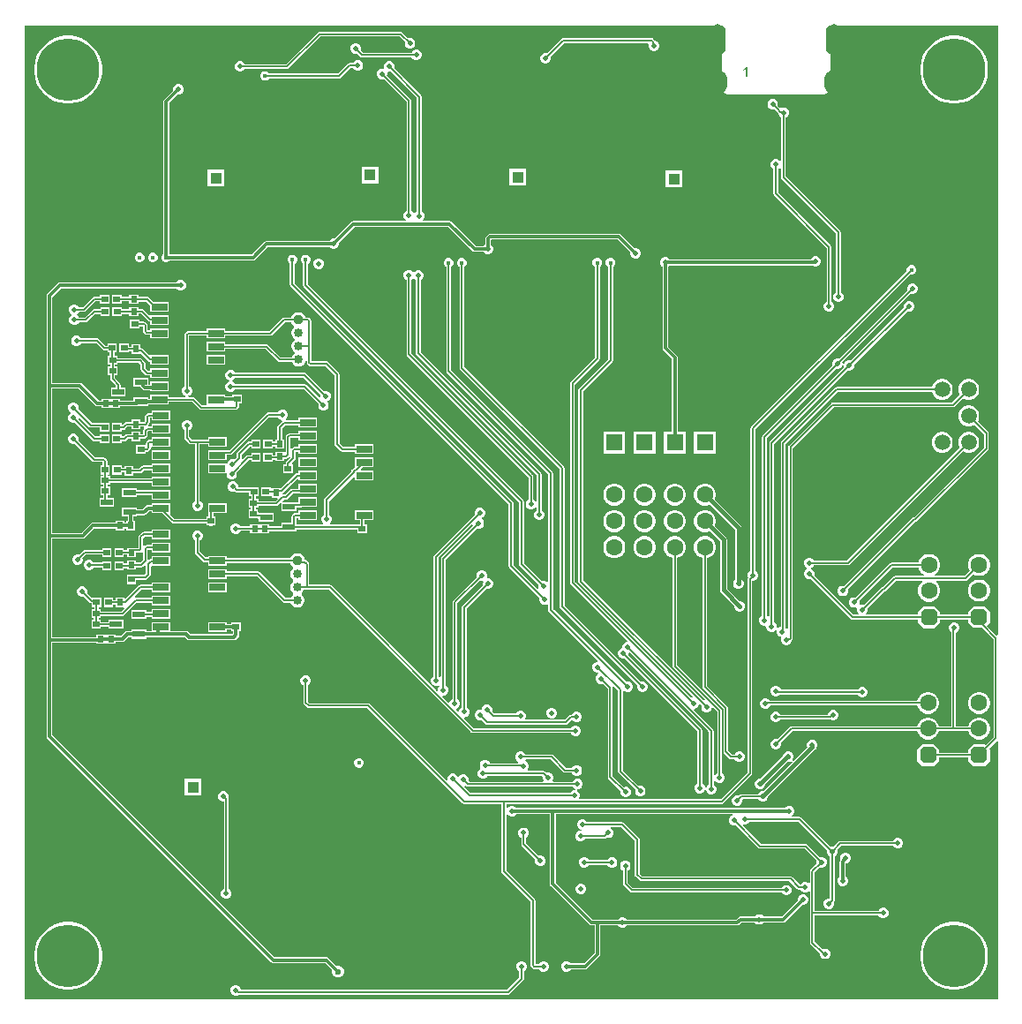
<source format=gbr>
%TF.GenerationSoftware,Altium Limited,Altium Designer,21.7.2 (23)*%
G04 Layer_Physical_Order=2*
G04 Layer_Color=16711680*
%FSLAX24Y24*%
%MOIN*%
%TF.SameCoordinates,DA776ED6-ADCF-4D54-B547-66972558000F*%
%TF.FilePolarity,Positive*%
%TF.FileFunction,Copper,L2,Bot,Signal*%
%TF.Part,Single*%
G01*
G75*
%TA.AperFunction,SMDPad,CuDef*%
%ADD10R,0.0236X0.0250*%
%ADD16R,0.0250X0.0236*%
%TA.AperFunction,Conductor*%
%ADD55C,0.0118*%
%ADD56C,0.0079*%
%ADD57C,0.0157*%
%TA.AperFunction,ComponentPad*%
%ADD59C,0.0591*%
%ADD60C,0.0630*%
%ADD61R,0.0630X0.0630*%
%ADD62C,0.0433*%
%ADD63R,0.0433X0.0433*%
%ADD64O,0.0630X0.1181*%
%ADD65O,0.0748X0.0898*%
G04:AMPARAMS|DCode=66|XSize=33.5mil|YSize=33.5mil|CornerRadius=0mil|HoleSize=0mil|Usage=FLASHONLY|Rotation=270.000|XOffset=0mil|YOffset=0mil|HoleType=Round|Shape=Octagon|*
%AMOCTAGOND66*
4,1,8,-0.0084,-0.0167,0.0084,-0.0167,0.0167,-0.0084,0.0167,0.0084,0.0084,0.0167,-0.0084,0.0167,-0.0167,0.0084,-0.0167,-0.0084,-0.0084,-0.0167,0.0*
%
%ADD66OCTAGOND66*%

%ADD67C,0.0335*%
G04:AMPARAMS|DCode=68|XSize=63mil|YSize=63mil|CornerRadius=0mil|HoleSize=0mil|Usage=FLASHONLY|Rotation=90.000|XOffset=0mil|YOffset=0mil|HoleType=Round|Shape=Octagon|*
%AMOCTAGOND68*
4,1,8,0.0157,0.0315,-0.0157,0.0315,-0.0315,0.0157,-0.0315,-0.0157,-0.0157,-0.0315,0.0157,-0.0315,0.0315,-0.0157,0.0315,0.0157,0.0157,0.0315,0.0*
%
%ADD68OCTAGOND68*%

%TA.AperFunction,ViaPad*%
%ADD69C,0.2362*%
%TA.AperFunction,ComponentPad*%
%ADD70R,0.0433X0.0433*%
%TA.AperFunction,ViaPad*%
%ADD71C,0.0157*%
%ADD72C,0.0197*%
%ADD73C,0.0236*%
%TA.AperFunction,SMDPad,CuDef*%
%ADD74R,0.0600X0.0276*%
%ADD75R,0.0453X0.0236*%
G36*
X37084Y14095D02*
X37034Y14074D01*
X36672Y14436D01*
X36793Y14556D01*
Y14971D01*
X36585Y15179D01*
X36170D01*
X35963Y14971D01*
Y14853D01*
X34903D01*
Y14967D01*
X34696Y15175D01*
X34281D01*
X34073Y14967D01*
Y14851D01*
X32131D01*
X32111Y14901D01*
X32137Y14927D01*
X32167Y15000D01*
Y15079D01*
X32158Y15100D01*
X32794Y15736D01*
X32795D01*
X32830Y15743D01*
X32860Y15762D01*
X33233Y16136D01*
X34218D01*
X34227Y16086D01*
X34156Y16015D01*
X34102Y15920D01*
X34073Y15814D01*
Y15705D01*
X34102Y15600D01*
X34156Y15505D01*
X34233Y15428D01*
X34328Y15373D01*
X34434Y15345D01*
X34543D01*
X34648Y15373D01*
X34743Y15428D01*
X34820Y15505D01*
X34875Y15600D01*
X34903Y15705D01*
Y15814D01*
X34875Y15920D01*
X34820Y16015D01*
X34749Y16086D01*
X34758Y16136D01*
X35872D01*
X35907Y16143D01*
X35937Y16162D01*
X36156Y16381D01*
X36218Y16346D01*
X36323Y16317D01*
X36433D01*
X36538Y16346D01*
X36633Y16400D01*
X36710Y16477D01*
X36765Y16572D01*
X36793Y16678D01*
Y16787D01*
X36765Y16892D01*
X36710Y16987D01*
X36633Y17064D01*
X36538Y17119D01*
X36433Y17147D01*
X36323D01*
X36218Y17119D01*
X36123Y17064D01*
X36046Y16987D01*
X35991Y16892D01*
X35963Y16787D01*
Y16678D01*
X35991Y16572D01*
X36027Y16510D01*
X35835Y16318D01*
X34707D01*
X34694Y16368D01*
X34743Y16396D01*
X34820Y16474D01*
X34875Y16568D01*
X34903Y16674D01*
Y16783D01*
X34875Y16889D01*
X34820Y16983D01*
X34743Y17060D01*
X34648Y17115D01*
X34543Y17143D01*
X34434D01*
X34328Y17115D01*
X34233Y17060D01*
X34156Y16983D01*
X34102Y16889D01*
X34083Y16819D01*
X33067D01*
X33032Y16813D01*
X33003Y16793D01*
X31714Y15505D01*
X31693Y15513D01*
X31614D01*
X31541Y15483D01*
X31485Y15427D01*
X31455Y15354D01*
Y15275D01*
X31485Y15203D01*
X31541Y15147D01*
X31614Y15117D01*
X31693D01*
X31740Y15136D01*
X31778Y15098D01*
X31770Y15079D01*
Y15000D01*
X31800Y14927D01*
X31826Y14901D01*
X31806Y14851D01*
X31622D01*
X30140Y16333D01*
X30149Y16354D01*
Y16433D01*
X30119Y16506D01*
X30063Y16562D01*
X30035Y16573D01*
Y16627D01*
X30073Y16643D01*
X30129Y16699D01*
X30138Y16720D01*
X31433D01*
X31468Y16727D01*
X31497Y16747D01*
X35777Y21026D01*
X35832Y20994D01*
X35932Y20967D01*
X36036D01*
X36137Y20994D01*
X36227Y21046D01*
X36301Y21119D01*
X36353Y21210D01*
X36380Y21310D01*
Y21414D01*
X36353Y21515D01*
X36301Y21605D01*
X36227Y21679D01*
X36137Y21731D01*
X36036Y21757D01*
X35932D01*
X35832Y21731D01*
X35742Y21679D01*
X35668Y21605D01*
X35616Y21515D01*
X35589Y21414D01*
Y21310D01*
X35616Y21210D01*
X35648Y21155D01*
X31395Y16902D01*
X30138D01*
X30129Y16923D01*
X30073Y16979D01*
X30000Y17009D01*
X29921D01*
X29848Y16979D01*
X29792Y16923D01*
X29762Y16850D01*
Y16772D01*
X29792Y16699D01*
X29848Y16643D01*
X29876Y16631D01*
Y16577D01*
X29838Y16562D01*
X29782Y16506D01*
X29752Y16433D01*
Y16354D01*
X29782Y16281D01*
X29838Y16225D01*
X29911Y16195D01*
X29990D01*
X30011Y16204D01*
X31520Y14695D01*
X31549Y14676D01*
X31584Y14669D01*
X34073D01*
Y14552D01*
X34281Y14345D01*
X34696D01*
X34903Y14552D01*
Y14671D01*
X35963D01*
Y14556D01*
X36170Y14349D01*
X36502D01*
X36917Y13934D01*
Y12534D01*
X36917Y12534D01*
Y10219D01*
X36625Y9927D01*
X36585Y9966D01*
X36170D01*
X35963Y9759D01*
Y9642D01*
X34864D01*
Y9759D01*
X34656Y9966D01*
X34241D01*
X34034Y9759D01*
Y9344D01*
X34241Y9136D01*
X34656D01*
X34864Y9344D01*
Y9460D01*
X35963D01*
Y9344D01*
X36170Y9136D01*
X36585D01*
X36793Y9344D01*
Y9759D01*
X36754Y9798D01*
X37034Y10078D01*
X37084Y10058D01*
Y318D01*
X318D01*
Y37084D01*
X26651D01*
Y34803D01*
X26662Y34721D01*
X26693Y34644D01*
X26744Y34579D01*
X26810Y34528D01*
X26886Y34496D01*
X26969Y34485D01*
X30433D01*
X30515Y34496D01*
X30592Y34528D01*
X30658Y34579D01*
X30708Y34644D01*
X30740Y34721D01*
X30751Y34803D01*
Y37084D01*
X37084D01*
Y14095D01*
D02*
G37*
G36*
X34102Y16568D02*
X34156Y16474D01*
X34233Y16396D01*
X34283Y16368D01*
X34269Y16318D01*
X33195D01*
X33160Y16311D01*
X33131Y16291D01*
X32758Y15918D01*
X32756D01*
X32721Y15911D01*
X32691Y15891D01*
X32029Y15229D01*
X32008Y15238D01*
X31929D01*
X31882Y15219D01*
X31844Y15257D01*
X31852Y15275D01*
Y15354D01*
X31843Y15376D01*
X33105Y16637D01*
X34083D01*
X34102Y16568D01*
D02*
G37*
G36*
X27622Y35157D02*
X27575D01*
Y35457D01*
X27574Y35457D01*
X27572Y35454D01*
X27568Y35452D01*
X27563Y35447D01*
X27556Y35442D01*
X27549Y35437D01*
X27540Y35431D01*
X27530Y35425D01*
X27529D01*
X27529Y35424D01*
X27527Y35423D01*
X27525Y35422D01*
X27523Y35421D01*
X27520Y35420D01*
X27513Y35416D01*
X27506Y35412D01*
X27497Y35408D01*
X27489Y35404D01*
X27480Y35401D01*
Y35446D01*
X27481Y35447D01*
X27482Y35447D01*
X27484Y35448D01*
X27487Y35450D01*
X27490Y35451D01*
X27494Y35454D01*
X27499Y35456D01*
X27504Y35459D01*
X27514Y35465D01*
X27526Y35473D01*
X27538Y35482D01*
X27549Y35491D01*
X27550Y35492D01*
X27551Y35492D01*
X27552Y35494D01*
X27554Y35496D01*
X27556Y35498D01*
X27559Y35501D01*
X27566Y35508D01*
X27573Y35515D01*
X27580Y35524D01*
X27586Y35533D01*
X27591Y35543D01*
X27622D01*
Y35157D01*
D02*
G37*
%LPC*%
G36*
X14528Y36863D02*
X11453D01*
X11418Y36856D01*
X11389Y36836D01*
X10195Y35642D01*
X8642D01*
X8633Y35664D01*
X8577Y35719D01*
X8504Y35750D01*
X8425D01*
X8352Y35719D01*
X8296Y35664D01*
X8266Y35591D01*
Y35512D01*
X8296Y35439D01*
X8352Y35383D01*
X8425Y35353D01*
X8504D01*
X8577Y35383D01*
X8633Y35439D01*
X8642Y35460D01*
X10233D01*
X10267Y35467D01*
X10297Y35487D01*
X11491Y36681D01*
X14490D01*
X14692Y36478D01*
X14683Y36457D01*
Y36378D01*
X14714Y36305D01*
X14769Y36249D01*
X14842Y36219D01*
X14921D01*
X14994Y36249D01*
X15050Y36305D01*
X15080Y36378D01*
Y36457D01*
X15050Y36530D01*
X14994Y36586D01*
X14921Y36616D01*
X14842D01*
X14821Y36607D01*
X14592Y36836D01*
X14562Y36856D01*
X14528Y36863D01*
D02*
G37*
G36*
X24016Y36627D02*
X20669D01*
X20634Y36620D01*
X20605Y36600D01*
X20061Y36056D01*
X20039Y36065D01*
X19961D01*
X19888Y36034D01*
X19832Y35979D01*
X19802Y35906D01*
Y35827D01*
X19832Y35754D01*
X19888Y35698D01*
X19961Y35668D01*
X20039D01*
X20112Y35698D01*
X20168Y35754D01*
X20198Y35827D01*
Y35906D01*
X20190Y35927D01*
X20707Y36444D01*
X23879D01*
X23906Y36403D01*
X23896Y36378D01*
Y36299D01*
X23926Y36226D01*
X23982Y36170D01*
X24055Y36140D01*
X24134D01*
X24207Y36170D01*
X24263Y36226D01*
X24293Y36299D01*
Y36378D01*
X24263Y36451D01*
X24207Y36507D01*
X24147Y36532D01*
X24144Y36536D01*
X24080Y36600D01*
X24051Y36620D01*
X24016Y36627D01*
D02*
G37*
G36*
X12866Y36435D02*
X12787D01*
X12714Y36405D01*
X12659Y36349D01*
X12628Y36276D01*
Y36197D01*
X12659Y36124D01*
X12714Y36068D01*
X12787Y36038D01*
X12866D01*
X12888Y36047D01*
X13010Y35925D01*
X13039Y35905D01*
X13074Y35898D01*
X14946D01*
X14955Y35877D01*
X15011Y35821D01*
X15084Y35791D01*
X15163D01*
X15236Y35821D01*
X15291Y35877D01*
X15322Y35950D01*
Y36029D01*
X15291Y36102D01*
X15236Y36157D01*
X15163Y36188D01*
X15084D01*
X15011Y36157D01*
X14955Y36102D01*
X14946Y36080D01*
X13112D01*
X13016Y36176D01*
X13025Y36197D01*
Y36276D01*
X12995Y36349D01*
X12939Y36405D01*
X12866Y36435D01*
D02*
G37*
G36*
X14134Y35750D02*
X14055D01*
X13982Y35719D01*
X13926Y35664D01*
X13896Y35591D01*
Y35512D01*
X13898Y35508D01*
X13862Y35472D01*
X13858Y35474D01*
X13779D01*
X13707Y35444D01*
X13651Y35388D01*
X13620Y35315D01*
Y35236D01*
X13651Y35163D01*
X13707Y35107D01*
X13779Y35077D01*
X13858D01*
X13880Y35086D01*
X14751Y34214D01*
Y30098D01*
X14730Y30089D01*
X14674Y30034D01*
X14644Y29961D01*
Y29882D01*
X14674Y29809D01*
X14716Y29767D01*
X14695Y29717D01*
X12742D01*
X12742Y29717D01*
X12700Y29709D01*
X12664Y29685D01*
X12664Y29685D01*
X12035Y29056D01*
X12034Y29057D01*
X11955D01*
X11882Y29026D01*
X11826Y28971D01*
X11826Y28969D01*
X9469D01*
X9469Y28969D01*
X9426Y28961D01*
X9390Y28937D01*
X8906Y28453D01*
X5813D01*
X5782Y28484D01*
Y34169D01*
X6101Y34487D01*
X6102Y34487D01*
X6181D01*
X6254Y34517D01*
X6310Y34573D01*
X6340Y34646D01*
Y34725D01*
X6310Y34797D01*
X6254Y34853D01*
X6181Y34883D01*
X6102D01*
X6029Y34853D01*
X5974Y34797D01*
X5943Y34725D01*
Y34646D01*
X5944Y34644D01*
X5593Y34293D01*
X5569Y34257D01*
X5560Y34215D01*
X5560Y34215D01*
Y28484D01*
X5519Y28443D01*
X5492Y28377D01*
Y28306D01*
X5519Y28240D01*
X5570Y28190D01*
X5636Y28163D01*
X5707D01*
X5773Y28190D01*
X5813Y28231D01*
X8952D01*
X8952Y28231D01*
X8995Y28239D01*
X9031Y28263D01*
X9515Y28747D01*
X11826D01*
X11826Y28746D01*
X11882Y28690D01*
X11955Y28660D01*
X12034D01*
X12107Y28690D01*
X12163Y28746D01*
X12193Y28819D01*
Y28898D01*
X12192Y28899D01*
X12788Y29495D01*
X16332D01*
X17244Y28583D01*
X17280Y28559D01*
X17323Y28550D01*
X17659D01*
X17659Y28549D01*
X17715Y28493D01*
X17788Y28463D01*
X17867D01*
X17940Y28493D01*
X17996Y28549D01*
X18026Y28622D01*
Y28701D01*
X17996Y28774D01*
X17940Y28830D01*
X17939Y28830D01*
Y29002D01*
X17959Y29023D01*
X22730D01*
X23208Y28545D01*
X23207Y28543D01*
Y28464D01*
X23237Y28392D01*
X23293Y28336D01*
X23366Y28306D01*
X23445D01*
X23518Y28336D01*
X23574Y28392D01*
X23604Y28464D01*
Y28543D01*
X23574Y28616D01*
X23518Y28672D01*
X23445Y28702D01*
X23366D01*
X23365Y28702D01*
X22854Y29212D01*
X22818Y29237D01*
X22776Y29245D01*
X22776Y29245D01*
X17913D01*
X17871Y29237D01*
X17835Y29212D01*
X17835Y29212D01*
X17749Y29127D01*
X17725Y29090D01*
X17716Y29048D01*
X17716Y29048D01*
Y28830D01*
X17715Y28830D01*
X17659Y28774D01*
X17659Y28773D01*
X17369D01*
X16457Y29685D01*
X16421Y29709D01*
X16378Y29717D01*
X16378Y29717D01*
X15388D01*
X15367Y29767D01*
X15397Y29798D01*
X15427Y29870D01*
Y29949D01*
X15397Y30022D01*
X15341Y30078D01*
X15327Y30084D01*
Y34409D01*
X15320Y34444D01*
X15301Y34474D01*
X14284Y35490D01*
X14293Y35512D01*
Y35591D01*
X14263Y35664D01*
X14207Y35719D01*
X14134Y35750D01*
D02*
G37*
G36*
X12953Y35789D02*
X12874D01*
X12801Y35759D01*
X12745Y35703D01*
X12736Y35682D01*
X12598D01*
X12564Y35675D01*
X12534Y35655D01*
X12167Y35288D01*
X9566D01*
X9561Y35298D01*
X9511Y35349D01*
X9445Y35376D01*
X9374D01*
X9308Y35349D01*
X9258Y35298D01*
X9230Y35232D01*
Y35161D01*
X9258Y35095D01*
X9308Y35045D01*
X9374Y35018D01*
X9445D01*
X9511Y35045D01*
X9561Y35095D01*
X9566Y35106D01*
X12205D01*
X12240Y35113D01*
X12269Y35132D01*
X12636Y35499D01*
X12736D01*
X12745Y35478D01*
X12801Y35422D01*
X12874Y35392D01*
X12953D01*
X13026Y35422D01*
X13082Y35478D01*
X13112Y35551D01*
Y35630D01*
X13082Y35703D01*
X13026Y35759D01*
X12953Y35789D01*
D02*
G37*
G36*
X35534Y36714D02*
X35332D01*
X35133Y36683D01*
X34941Y36620D01*
X34762Y36529D01*
X34598Y36410D01*
X34456Y36268D01*
X34337Y36105D01*
X34246Y35925D01*
X34184Y35733D01*
X34152Y35534D01*
Y35332D01*
X34184Y35133D01*
X34246Y34941D01*
X34337Y34762D01*
X34456Y34598D01*
X34598Y34456D01*
X34762Y34337D01*
X34941Y34246D01*
X35133Y34184D01*
X35332Y34152D01*
X35534D01*
X35733Y34184D01*
X35925Y34246D01*
X36105Y34337D01*
X36268Y34456D01*
X36410Y34598D01*
X36529Y34762D01*
X36620Y34941D01*
X36683Y35133D01*
X36714Y35332D01*
Y35534D01*
X36683Y35733D01*
X36620Y35925D01*
X36529Y36105D01*
X36410Y36268D01*
X36268Y36410D01*
X36105Y36529D01*
X35925Y36620D01*
X35733Y36683D01*
X35534Y36714D01*
D02*
G37*
G36*
X2069D02*
X1868D01*
X1669Y36683D01*
X1477Y36620D01*
X1297Y36529D01*
X1134Y36410D01*
X991Y36268D01*
X873Y36105D01*
X781Y35925D01*
X719Y35733D01*
X687Y35534D01*
Y35332D01*
X719Y35133D01*
X781Y34941D01*
X873Y34762D01*
X991Y34598D01*
X1134Y34456D01*
X1297Y34337D01*
X1477Y34246D01*
X1669Y34184D01*
X1868Y34152D01*
X2069D01*
X2269Y34184D01*
X2460Y34246D01*
X2640Y34337D01*
X2803Y34456D01*
X2946Y34598D01*
X3064Y34762D01*
X3156Y34941D01*
X3218Y35133D01*
X3250Y35332D01*
Y35534D01*
X3218Y35733D01*
X3156Y35925D01*
X3064Y36105D01*
X2946Y36268D01*
X2803Y36410D01*
X2640Y36529D01*
X2460Y36620D01*
X2269Y36683D01*
X2069Y36714D01*
D02*
G37*
G36*
X28622Y34332D02*
X28543D01*
X28470Y34302D01*
X28414Y34246D01*
X28384Y34173D01*
Y34094D01*
X28414Y34021D01*
X28470Y33966D01*
X28543Y33935D01*
X28622D01*
X28643Y33944D01*
X28687Y33901D01*
X28687Y33901D01*
X28786Y33802D01*
Y33774D01*
X28816Y33701D01*
X28872Y33645D01*
X28893Y33636D01*
Y32009D01*
X28843Y31989D01*
X28813Y32019D01*
X28740Y32049D01*
X28661D01*
X28588Y32019D01*
X28533Y31963D01*
X28502Y31890D01*
Y31811D01*
X28533Y31738D01*
X28588Y31682D01*
X28610Y31673D01*
Y30748D01*
X28617Y30713D01*
X28636Y30684D01*
X30618Y28702D01*
Y26673D01*
X30596Y26664D01*
X30540Y26608D01*
X30510Y26536D01*
Y26457D01*
X30540Y26384D01*
X30596Y26328D01*
X30669Y26298D01*
X30748D01*
X30821Y26328D01*
X30877Y26384D01*
X30907Y26457D01*
Y26536D01*
X30877Y26608D01*
X30821Y26664D01*
X30800Y26673D01*
Y28740D01*
X30793Y28775D01*
X30773Y28805D01*
X28792Y30786D01*
Y31673D01*
X28813Y31682D01*
X28843Y31712D01*
X28893Y31691D01*
Y31371D01*
X28900Y31336D01*
X28920Y31307D01*
X30972Y29255D01*
Y27027D01*
X30951Y27019D01*
X30895Y26963D01*
X30865Y26890D01*
Y26811D01*
X30895Y26738D01*
X30951Y26682D01*
X31024Y26652D01*
X31102D01*
X31175Y26682D01*
X31231Y26738D01*
X31261Y26811D01*
Y26890D01*
X31231Y26963D01*
X31175Y27019D01*
X31154Y27027D01*
Y29292D01*
X31147Y29327D01*
X31127Y29357D01*
X29075Y31409D01*
Y33636D01*
X29097Y33645D01*
X29152Y33701D01*
X29183Y33774D01*
Y33852D01*
X29152Y33925D01*
X29097Y33981D01*
X29024Y34011D01*
X28945D01*
X28872Y33981D01*
X28868Y33977D01*
X28772Y34073D01*
X28781Y34094D01*
Y34173D01*
X28751Y34246D01*
X28695Y34302D01*
X28622Y34332D01*
D02*
G37*
G36*
X13683Y31773D02*
X13050D01*
Y31140D01*
X13683D01*
Y31773D01*
D02*
G37*
G36*
X19273Y31694D02*
X18640D01*
Y31061D01*
X19273D01*
Y31694D01*
D02*
G37*
G36*
X7876Y31655D02*
X7243D01*
Y31022D01*
X7876D01*
Y31655D01*
D02*
G37*
G36*
X25179Y31616D02*
X24546D01*
Y30983D01*
X25179D01*
Y31616D01*
D02*
G37*
G36*
X30236Y28387D02*
X30157D01*
X30084Y28357D01*
X30029Y28301D01*
X30012Y28261D01*
X24696D01*
X24696Y28262D01*
X24640Y28318D01*
X24567Y28348D01*
X24488D01*
X24415Y28318D01*
X24359Y28262D01*
X24329Y28189D01*
Y28110D01*
X24359Y28037D01*
X24415Y27981D01*
X24416Y27981D01*
Y24921D01*
X24416Y24921D01*
X24425Y24879D01*
X24449Y24843D01*
X24771Y24521D01*
Y21769D01*
X24467D01*
Y20939D01*
X25297D01*
Y21769D01*
X24993D01*
Y24567D01*
X24993Y24567D01*
X24985Y24609D01*
X24961Y24646D01*
X24961Y24646D01*
X24639Y24967D01*
Y27981D01*
X24640Y27981D01*
X24696Y28037D01*
X24696Y28038D01*
X30067D01*
X30084Y28021D01*
X30157Y27991D01*
X30236D01*
X30309Y28021D01*
X30365Y28077D01*
X30395Y28150D01*
Y28228D01*
X30365Y28301D01*
X30309Y28357D01*
X30236Y28387D01*
D02*
G37*
G36*
X5207Y28521D02*
X5136D01*
X5070Y28494D01*
X5019Y28443D01*
X4992Y28377D01*
Y28306D01*
X5019Y28240D01*
X5070Y28190D01*
X5136Y28163D01*
X5207D01*
X5273Y28190D01*
X5323Y28240D01*
X5350Y28306D01*
Y28377D01*
X5323Y28443D01*
X5273Y28494D01*
X5207Y28521D01*
D02*
G37*
G36*
X4707D02*
X4636D01*
X4570Y28494D01*
X4519Y28443D01*
X4492Y28377D01*
Y28306D01*
X4519Y28240D01*
X4570Y28190D01*
X4636Y28163D01*
X4707D01*
X4773Y28190D01*
X4823Y28240D01*
X4850Y28306D01*
Y28377D01*
X4823Y28443D01*
X4773Y28494D01*
X4707Y28521D01*
D02*
G37*
G36*
X11476Y28309D02*
X11398D01*
X11325Y28278D01*
X11269Y28223D01*
X11239Y28150D01*
Y28071D01*
X11269Y27998D01*
X11325Y27942D01*
X11398Y27912D01*
X11476D01*
X11549Y27942D01*
X11605Y27998D01*
X11635Y28071D01*
Y28150D01*
X11605Y28223D01*
X11549Y28278D01*
X11476Y28309D01*
D02*
G37*
G36*
X33855Y28053D02*
X33783D01*
X33717Y28026D01*
X33667Y27975D01*
X33640Y27910D01*
Y27838D01*
X33644Y27828D01*
X27770Y21954D01*
X27750Y21925D01*
X27744Y21890D01*
Y16516D01*
X27722Y16507D01*
X27666Y16451D01*
X27636Y16378D01*
Y16299D01*
X27653Y16259D01*
X27652Y16258D01*
X27632Y16229D01*
X27625Y16194D01*
Y8896D01*
X26624Y7894D01*
X21311D01*
X21281Y7944D01*
X21301Y7992D01*
Y8071D01*
X21271Y8144D01*
X21215Y8200D01*
X21197Y8207D01*
X21207Y8257D01*
X21250D01*
X21323Y8287D01*
X21379Y8343D01*
X21409Y8416D01*
Y8495D01*
X21379Y8568D01*
X21323Y8624D01*
X21250Y8654D01*
X21171D01*
X21098Y8624D01*
X21042Y8568D01*
X21034Y8547D01*
X20307D01*
X20280Y8597D01*
X20302Y8650D01*
Y8729D01*
X20272Y8801D01*
X20216Y8857D01*
X20143Y8887D01*
X20064D01*
X20043Y8879D01*
X19999Y8923D01*
X19969Y8942D01*
X19934Y8949D01*
X19340D01*
X19319Y8999D01*
X19341Y9021D01*
X19372Y9094D01*
Y9173D01*
X19341Y9246D01*
X19286Y9302D01*
X19262Y9312D01*
X19245Y9367D01*
X19264Y9397D01*
X20198D01*
X20684Y8912D01*
X20713Y8892D01*
X20748Y8885D01*
X21004D01*
X21013Y8864D01*
X21069Y8808D01*
X21142Y8778D01*
X21221D01*
X21293Y8808D01*
X21349Y8864D01*
X21380Y8937D01*
Y9016D01*
X21349Y9089D01*
X21293Y9145D01*
X21221Y9175D01*
X21142D01*
X21069Y9145D01*
X21013Y9089D01*
X21004Y9068D01*
X20786D01*
X20301Y9553D01*
X20271Y9572D01*
X20236Y9579D01*
X19232D01*
X19223Y9601D01*
X19168Y9656D01*
X19095Y9687D01*
X19016D01*
X18943Y9656D01*
X18887Y9601D01*
X18857Y9528D01*
Y9449D01*
X18887Y9376D01*
X18943Y9320D01*
X18947Y9318D01*
X18966Y9256D01*
X18958Y9245D01*
X17902D01*
X17885Y9286D01*
X17829Y9341D01*
X17756Y9372D01*
X17677D01*
X17604Y9341D01*
X17548Y9286D01*
X17518Y9213D01*
Y9134D01*
X17538Y9086D01*
X17525Y9026D01*
X17470Y8971D01*
X17439Y8898D01*
Y8819D01*
X17470Y8746D01*
X17525Y8690D01*
X17598Y8660D01*
X17677D01*
X17750Y8690D01*
X17806Y8746D01*
X17815Y8767D01*
X19867D01*
X19905Y8729D01*
Y8650D01*
X19927Y8597D01*
X19900Y8547D01*
X17127D01*
X17088Y8583D01*
Y8662D01*
X17058Y8734D01*
X17002Y8790D01*
X16929Y8820D01*
X16850D01*
X16777Y8790D01*
X16731Y8744D01*
X16690Y8745D01*
X16674Y8750D01*
X16664Y8774D01*
X16608Y8830D01*
X16536Y8860D01*
X16457D01*
X16384Y8830D01*
X16328Y8774D01*
X16298Y8701D01*
Y8626D01*
X16286Y8617D01*
X16252Y8601D01*
X13372Y11482D01*
X13342Y11502D01*
X13307Y11508D01*
X11101D01*
X11036Y11573D01*
Y12185D01*
X11057Y12194D01*
X11113Y12250D01*
X11143Y12323D01*
Y12402D01*
X11113Y12475D01*
X11057Y12530D01*
X10984Y12561D01*
X10905D01*
X10832Y12530D01*
X10777Y12475D01*
X10746Y12402D01*
Y12323D01*
X10777Y12250D01*
X10832Y12194D01*
X10854Y12185D01*
Y11535D01*
X10861Y11501D01*
X10880Y11471D01*
X10999Y11353D01*
X11028Y11333D01*
X11063Y11326D01*
X13269D01*
X16857Y7739D01*
X16886Y7719D01*
X16921Y7712D01*
X18334D01*
Y5157D01*
X18341Y5123D01*
X18361Y5093D01*
X19436Y4017D01*
Y1616D01*
X19443Y1581D01*
X19463Y1551D01*
X19509Y1505D01*
X19539Y1486D01*
X19574Y1479D01*
X19744D01*
X19753Y1457D01*
X19809Y1402D01*
X19882Y1371D01*
X19961D01*
X20034Y1402D01*
X20089Y1457D01*
X20120Y1530D01*
Y1609D01*
X20089Y1682D01*
X20034Y1738D01*
X19961Y1768D01*
X19882D01*
X19809Y1738D01*
X19753Y1682D01*
X19744Y1661D01*
X19619D01*
Y4055D01*
X19612Y4090D01*
X19592Y4120D01*
X18516Y5195D01*
Y7332D01*
X18566Y7342D01*
X18572Y7329D01*
X18628Y7273D01*
X18701Y7243D01*
X18780D01*
X18853Y7273D01*
X18908Y7329D01*
X18909Y7330D01*
X20164D01*
Y4685D01*
X20164Y4685D01*
X20173Y4642D01*
X20197Y4606D01*
X21655Y3148D01*
X21655Y3148D01*
X21691Y3124D01*
X21734Y3116D01*
X21857D01*
Y2093D01*
X21450Y1686D01*
X20952D01*
X20900Y1738D01*
X20827Y1768D01*
X20748D01*
X20675Y1738D01*
X20619Y1682D01*
X20589Y1609D01*
Y1530D01*
X20619Y1457D01*
X20675Y1402D01*
X20748Y1371D01*
X20827D01*
X20900Y1402D01*
X20956Y1457D01*
X20958Y1464D01*
X21496D01*
X21496Y1464D01*
X21539Y1472D01*
X21575Y1496D01*
X22047Y1969D01*
X22047Y1969D01*
X22071Y2005D01*
X22080Y2047D01*
Y3116D01*
X22740D01*
X22740Y3115D01*
X22796Y3059D01*
X22869Y3029D01*
X22948D01*
X23021Y3059D01*
X23077Y3115D01*
X23077Y3116D01*
X27243D01*
X27243Y3116D01*
X27285Y3124D01*
X27321Y3148D01*
X27408Y3235D01*
X27902D01*
X27903Y3234D01*
X27958Y3178D01*
X28031Y3148D01*
X28110D01*
X28183Y3178D01*
X28239Y3234D01*
X28240Y3235D01*
X28976D01*
X28976Y3235D01*
X29019Y3244D01*
X29055Y3268D01*
X29684Y3897D01*
X29685Y3896D01*
X29764D01*
X29837Y3926D01*
X29893Y3982D01*
X29923Y4055D01*
Y4134D01*
X29893Y4207D01*
X29837Y4263D01*
X29764Y4293D01*
X29685D01*
X29612Y4263D01*
X29556Y4207D01*
X29526Y4134D01*
Y4055D01*
X29526Y4054D01*
X28930Y3458D01*
X28240D01*
X28239Y3459D01*
X28183Y3515D01*
X28110Y3545D01*
X28031D01*
X27958Y3515D01*
X27903Y3459D01*
X27902Y3458D01*
X27362D01*
X27320Y3449D01*
X27284Y3425D01*
X27284Y3425D01*
X27197Y3338D01*
X23077D01*
X23077Y3339D01*
X23021Y3395D01*
X22948Y3425D01*
X22869D01*
X22796Y3395D01*
X22740Y3339D01*
X22740Y3338D01*
X21780D01*
X20387Y4731D01*
Y7330D01*
X27064D01*
X27074Y7280D01*
X27014Y7255D01*
X26958Y7199D01*
X26928Y7126D01*
Y7047D01*
X26958Y6974D01*
X27014Y6918D01*
X27087Y6888D01*
X27165D01*
X27187Y6897D01*
X28042Y6041D01*
X28072Y6022D01*
X28107Y6015D01*
X29801D01*
X30243Y5573D01*
X30235Y5551D01*
Y5472D01*
X30243Y5451D01*
X30014Y5222D01*
X29995Y5192D01*
X29988Y5157D01*
Y4734D01*
X29938Y4713D01*
X29916Y4735D01*
X29843Y4765D01*
X29764D01*
X29691Y4735D01*
X29635Y4679D01*
X29582Y4681D01*
X29316Y4946D01*
X29287Y4966D01*
X29252Y4973D01*
X23660D01*
X23556Y5077D01*
Y6378D01*
X23549Y6413D01*
X23529Y6442D01*
X22978Y6994D01*
X22948Y7013D01*
X22913Y7020D01*
X21571D01*
X21561Y7045D01*
X21505Y7101D01*
X21432Y7131D01*
X21353D01*
X21280Y7101D01*
X21224Y7045D01*
X21194Y6972D01*
Y6893D01*
X21224Y6820D01*
X21280Y6764D01*
X21353Y6734D01*
X21347Y6687D01*
X21279Y6687D01*
X21207Y6656D01*
X21151Y6601D01*
X21120Y6528D01*
Y6449D01*
X21151Y6376D01*
X21207Y6320D01*
X21279Y6290D01*
X21358D01*
X21431Y6320D01*
X21487Y6376D01*
X21496Y6397D01*
X22236D01*
X22271Y6404D01*
X22301Y6424D01*
X22301Y6425D01*
X22323Y6416D01*
X22402D01*
X22475Y6446D01*
X22530Y6502D01*
X22561Y6575D01*
Y6654D01*
X22530Y6727D01*
X22475Y6782D01*
X22461Y6788D01*
X22471Y6838D01*
X22876D01*
X23373Y6340D01*
Y5039D01*
X23380Y5005D01*
X23400Y4975D01*
X23558Y4817D01*
X23587Y4798D01*
X23622Y4791D01*
X29214D01*
X29502Y4502D01*
X29532Y4483D01*
X29567Y4476D01*
X29626D01*
X29635Y4455D01*
X29691Y4399D01*
X29764Y4369D01*
X29843D01*
X29916Y4399D01*
X29938Y4421D01*
X29988Y4400D01*
Y3583D01*
Y2480D01*
X29995Y2445D01*
X30014Y2416D01*
X30353Y2077D01*
Y2008D01*
X30383Y1935D01*
X30439Y1879D01*
X30512Y1849D01*
X30591D01*
X30664Y1879D01*
X30719Y1935D01*
X30750Y2008D01*
Y2087D01*
X30719Y2160D01*
X30664Y2215D01*
X30591Y2246D01*
X30512D01*
X30463Y2225D01*
X30170Y2518D01*
Y3492D01*
X32579D01*
X32588Y3470D01*
X32644Y3414D01*
X32716Y3384D01*
X32795D01*
X32868Y3414D01*
X32924Y3470D01*
X32954Y3543D01*
Y3622D01*
X32924Y3695D01*
X32868Y3751D01*
X32795Y3781D01*
X32716D01*
X32644Y3751D01*
X32588Y3695D01*
X32579Y3674D01*
X30170D01*
Y5120D01*
X30372Y5322D01*
X30394Y5313D01*
X30473D01*
X30545Y5344D01*
X30601Y5399D01*
X30631Y5472D01*
Y5551D01*
X30601Y5624D01*
X30545Y5680D01*
X30473Y5710D01*
X30394D01*
X30372Y5701D01*
X29904Y6170D01*
X29874Y6190D01*
X29839Y6197D01*
X28145D01*
X27459Y6882D01*
X27475Y6916D01*
X27485Y6928D01*
X27559D01*
X27632Y6958D01*
X27688Y7014D01*
X27697Y7035D01*
X29569D01*
X30637Y5966D01*
X30628Y5945D01*
Y5866D01*
X30659Y5793D01*
X30714Y5737D01*
X30736Y5728D01*
Y4135D01*
X30669D01*
X30596Y4105D01*
X30540Y4049D01*
X30510Y3976D01*
Y3898D01*
X30540Y3825D01*
X30596Y3769D01*
X30669Y3739D01*
X30748D01*
X30821Y3769D01*
X30877Y3825D01*
X30907Y3898D01*
Y3976D01*
X30897Y4000D01*
X30911Y4020D01*
X30918Y4055D01*
Y5728D01*
X30939Y5737D01*
X30995Y5793D01*
X31025Y5866D01*
Y5945D01*
X31016Y5966D01*
X31179Y6129D01*
X33130D01*
X33139Y6108D01*
X33195Y6052D01*
X33268Y6022D01*
X33347D01*
X33419Y6052D01*
X33475Y6108D01*
X33506Y6181D01*
Y6260D01*
X33475Y6333D01*
X33419Y6389D01*
X33347Y6419D01*
X33268D01*
X33195Y6389D01*
X33139Y6333D01*
X33130Y6312D01*
X31142D01*
X31107Y6305D01*
X31077Y6285D01*
X30888Y6095D01*
X30866Y6104D01*
X30787D01*
X30766Y6095D01*
X29671Y7190D01*
X29641Y7210D01*
X29606Y7217D01*
X29321D01*
X29311Y7267D01*
X29325Y7273D01*
X29381Y7329D01*
X29411Y7401D01*
Y7480D01*
X29381Y7553D01*
X29325Y7609D01*
X29252Y7639D01*
X29173D01*
X29100Y7609D01*
X29044Y7553D01*
X29044Y7552D01*
X18909D01*
X18908Y7553D01*
X18853Y7609D01*
X18780Y7639D01*
X18701D01*
X18628Y7609D01*
X18572Y7553D01*
X18566Y7540D01*
X18516Y7550D01*
Y7712D01*
X26661D01*
X26696Y7719D01*
X26726Y7739D01*
X27781Y8794D01*
X27801Y8823D01*
X27808Y8858D01*
Y16140D01*
X27874D01*
X27947Y16170D01*
X28003Y16226D01*
X28033Y16299D01*
Y16378D01*
X28003Y16451D01*
X27947Y16507D01*
X27926Y16516D01*
Y21852D01*
X33773Y27699D01*
X33783Y27695D01*
X33855D01*
X33920Y27722D01*
X33971Y27773D01*
X33998Y27838D01*
Y27910D01*
X33971Y27975D01*
X33920Y28026D01*
X33855Y28053D01*
D02*
G37*
G36*
X6260Y27482D02*
X6181D01*
X6108Y27452D01*
X6052Y27396D01*
X6052Y27395D01*
X1654D01*
X1611Y27386D01*
X1575Y27362D01*
X1575Y27362D01*
X1181Y26968D01*
X1157Y26932D01*
X1149Y26890D01*
X1149Y26890D01*
Y23502D01*
Y17835D01*
Y13898D01*
Y10276D01*
X1149Y10276D01*
X1157Y10233D01*
X1181Y10197D01*
X9646Y1732D01*
X9646Y1732D01*
X9682Y1708D01*
X9724Y1700D01*
X11686D01*
X11952Y1434D01*
X11947Y1421D01*
Y1335D01*
X11980Y1254D01*
X12042Y1193D01*
X12122Y1160D01*
X12209D01*
X12289Y1193D01*
X12350Y1254D01*
X12383Y1335D01*
Y1421D01*
X12350Y1502D01*
X12289Y1563D01*
X12209Y1596D01*
X12122D01*
X12110Y1591D01*
X11811Y1890D01*
X11775Y1914D01*
X11732Y1922D01*
X11732Y1922D01*
X9770D01*
X1371Y10322D01*
Y13786D01*
X3021D01*
Y13762D01*
X3357D01*
Y13826D01*
X3415D01*
Y13762D01*
X3751D01*
Y13826D01*
X4016D01*
X4016Y13826D01*
X4058Y13834D01*
X4094Y13858D01*
X4239Y14003D01*
X4369D01*
Y13946D01*
X4922D01*
Y14003D01*
X6391D01*
X6460Y13934D01*
X6460Y13934D01*
X6496Y13910D01*
X6539Y13901D01*
X6539Y13901D01*
X8244D01*
X8244Y13901D01*
X8287Y13910D01*
X8323Y13934D01*
X8392Y14003D01*
X8392Y14003D01*
X8416Y14039D01*
X8425Y14082D01*
X8425Y14082D01*
Y14241D01*
X8488D01*
Y14578D01*
X8138D01*
Y14512D01*
X7953D01*
Y14580D01*
X7253D01*
Y14204D01*
X7953D01*
Y14289D01*
X8138D01*
Y14241D01*
X8202D01*
Y14128D01*
X8198Y14124D01*
X6585D01*
X6516Y14193D01*
X6480Y14217D01*
X6437Y14225D01*
X6437Y14225D01*
X5818D01*
Y14580D01*
X5118D01*
Y14225D01*
X4922D01*
Y14282D01*
X4369D01*
Y14225D01*
X4193D01*
X4150Y14217D01*
X4114Y14193D01*
X3970Y14048D01*
X3751D01*
Y14112D01*
X3415D01*
Y14048D01*
X3357D01*
Y14112D01*
X3021D01*
Y14009D01*
X1371D01*
Y17723D01*
X2520D01*
X2520Y17723D01*
X2562Y17732D01*
X2598Y17756D01*
X2953Y18111D01*
X3769D01*
Y18047D01*
X4105D01*
Y18108D01*
X4163D01*
Y18041D01*
X4499D01*
Y18391D01*
X4442D01*
Y18552D01*
X4568D01*
Y18609D01*
X4823D01*
X4823Y18609D01*
X4865Y18618D01*
X4901Y18642D01*
X5028Y18769D01*
X5118D01*
Y18692D01*
X5527D01*
X5821Y18398D01*
X5821Y18397D01*
X5841Y18368D01*
X5887Y18321D01*
X5917Y18302D01*
X5952Y18295D01*
X7187D01*
Y18218D01*
X7300D01*
X7327Y18207D01*
X7398D01*
X7424Y18218D01*
X7537D01*
Y18340D01*
X7541Y18350D01*
Y18421D01*
X7537Y18431D01*
Y18554D01*
X7453D01*
Y18692D01*
X7953D01*
Y19068D01*
X7253D01*
Y18692D01*
X7271D01*
Y18554D01*
X7187D01*
Y18477D01*
X5990D01*
X5990Y18477D01*
X5970Y18507D01*
X5831Y18645D01*
X5818Y18692D01*
X5818D01*
X5818Y18692D01*
Y19068D01*
X5118D01*
Y18991D01*
X4982D01*
X4982Y18991D01*
X4940Y18983D01*
X4904Y18959D01*
X4777Y18832D01*
X4568D01*
Y18889D01*
X4015D01*
Y18552D01*
X4220D01*
Y18391D01*
X4163D01*
Y18330D01*
X4105D01*
Y18397D01*
X3769D01*
Y18333D01*
X2907D01*
X2865Y18325D01*
X2829Y18301D01*
X2829Y18301D01*
X2474Y17946D01*
X1371D01*
Y23391D01*
X2357D01*
X2992Y22756D01*
X2992Y22756D01*
X3028Y22732D01*
X3071Y22723D01*
X3071Y22723D01*
X3218D01*
Y22660D01*
X3554D01*
Y22720D01*
X3611D01*
Y22653D01*
X3948D01*
Y22717D01*
X4551D01*
X4551Y22717D01*
X4593Y22726D01*
X5001D01*
Y22783D01*
X5185D01*
X5185Y22783D01*
X5206Y22787D01*
X5779D01*
Y22883D01*
X6673D01*
X6943Y22613D01*
X6973Y22593D01*
X7008Y22586D01*
X8300D01*
X8335Y22593D01*
X8365Y22613D01*
X8411Y22659D01*
X8431Y22688D01*
X8438Y22723D01*
Y22824D01*
X8528D01*
Y23160D01*
X8178D01*
Y23094D01*
X7914D01*
Y23162D01*
X7214D01*
Y22787D01*
X7171Y22768D01*
X7046D01*
X6775Y23039D01*
X6745Y23059D01*
X6711Y23066D01*
X6523D01*
X6513Y23116D01*
X6569Y23139D01*
X6625Y23195D01*
X6655Y23268D01*
Y23347D01*
X6625Y23419D01*
X6569Y23475D01*
X6548Y23484D01*
Y25381D01*
X7214D01*
Y25287D01*
X7914D01*
Y25383D01*
X9608D01*
X9643Y25390D01*
X9673Y25410D01*
X10160Y25897D01*
X10402D01*
Y25855D01*
X10500Y25757D01*
X10502Y25736D01*
X10494Y25691D01*
X10455Y25652D01*
X10420Y25591D01*
X10402Y25523D01*
Y25453D01*
X10420Y25385D01*
X10455Y25324D01*
X10505Y25274D01*
X10518Y25267D01*
Y25209D01*
X10505Y25202D01*
X10455Y25152D01*
X10420Y25091D01*
X10402Y25023D01*
Y24953D01*
X10420Y24885D01*
X10455Y24824D01*
X10505Y24774D01*
X10518Y24767D01*
Y24709D01*
X10505Y24702D01*
X10455Y24652D01*
X10420Y24591D01*
X10417Y24579D01*
X9998D01*
X9539Y25039D01*
X9509Y25059D01*
X9474Y25066D01*
X7914D01*
Y25162D01*
X7214D01*
Y24787D01*
X7914D01*
Y24883D01*
X9437D01*
X9896Y24424D01*
X9926Y24404D01*
X9961Y24397D01*
X10417D01*
X10420Y24385D01*
X10455Y24324D01*
X10505Y24274D01*
X10566Y24239D01*
X10634Y24221D01*
X10704D01*
X10772Y24239D01*
X10833Y24274D01*
X10883Y24324D01*
X10918Y24385D01*
X10934Y24442D01*
X10984Y24435D01*
Y24377D01*
X10991Y24342D01*
X11010Y24312D01*
X11056Y24266D01*
X11086Y24247D01*
X11121Y24240D01*
X11695D01*
X12035Y23899D01*
Y21299D01*
X12042Y21264D01*
X12062Y21235D01*
X12256Y21040D01*
X12286Y21020D01*
X12321Y21013D01*
X12804D01*
Y20917D01*
X13505D01*
Y21292D01*
X12804D01*
Y21195D01*
X12359D01*
X12217Y21337D01*
Y23937D01*
X12210Y23972D01*
X12190Y24001D01*
X11797Y24395D01*
X11767Y24415D01*
X11732Y24422D01*
X11166D01*
Y24988D01*
Y25938D01*
X11159Y25973D01*
X11139Y26003D01*
X11093Y26049D01*
X11064Y26068D01*
X11029Y26075D01*
X10937D01*
Y26122D01*
X10803Y26256D01*
X10536D01*
X10402Y26122D01*
Y26079D01*
X10122D01*
X10087Y26072D01*
X10058Y26053D01*
X9571Y25566D01*
X7914D01*
Y25662D01*
X7214D01*
Y25564D01*
X6503D01*
X6468Y25557D01*
X6438Y25537D01*
X6392Y25491D01*
X6373Y25461D01*
X6366Y25426D01*
Y23484D01*
X6344Y23475D01*
X6288Y23419D01*
X6258Y23347D01*
Y23268D01*
X6288Y23195D01*
X6344Y23139D01*
X6401Y23116D01*
X6391Y23066D01*
X5779D01*
Y23162D01*
X5078D01*
Y23005D01*
X5001D01*
Y23062D01*
X4448D01*
Y22940D01*
X3948D01*
Y23003D01*
X3611D01*
Y22943D01*
X3554D01*
Y23010D01*
X3218D01*
Y22946D01*
X3117D01*
X2482Y23581D01*
X2446Y23605D01*
X2403Y23613D01*
X2403Y23613D01*
X1371D01*
Y26844D01*
X1700Y27172D01*
X6052D01*
X6052Y27171D01*
X6108Y27115D01*
X6181Y27085D01*
X6260D01*
X6333Y27115D01*
X6389Y27171D01*
X6419Y27244D01*
Y27323D01*
X6389Y27396D01*
X6333Y27452D01*
X6260Y27482D01*
D02*
G37*
G36*
X33898Y27364D02*
X33819D01*
X33746Y27334D01*
X33690Y27278D01*
X33660Y27205D01*
Y27126D01*
X33669Y27105D01*
X31084Y24520D01*
X31063Y24529D01*
X30984D01*
X30911Y24499D01*
X30855Y24443D01*
X30825Y24370D01*
Y24291D01*
X30834Y24270D01*
X28203Y21639D01*
X28184Y21610D01*
X28177Y21575D01*
Y14823D01*
X28155Y14814D01*
X28100Y14758D01*
X28069Y14685D01*
Y14606D01*
X28100Y14533D01*
X28155Y14477D01*
X28228Y14447D01*
X28307D01*
X28345Y14409D01*
Y14370D01*
X28375Y14297D01*
X28431Y14241D01*
X28504Y14211D01*
X28583D01*
X28656Y14241D01*
X28697Y14283D01*
X28740Y14254D01*
X28739Y14252D01*
Y14173D01*
X28769Y14100D01*
X28825Y14044D01*
X28898Y14014D01*
X28907Y13964D01*
X28896Y13937D01*
Y13858D01*
X28926Y13785D01*
X28982Y13729D01*
X29055Y13699D01*
X29134D01*
X29207Y13729D01*
X29263Y13785D01*
X29293Y13858D01*
Y13888D01*
X29316Y13912D01*
X29336Y13942D01*
X29343Y13976D01*
Y21143D01*
X30884Y22684D01*
X35398D01*
X35433Y22691D01*
X35462Y22711D01*
X35777Y23026D01*
X35832Y22994D01*
X35932Y22967D01*
X36036D01*
X36137Y22994D01*
X36227Y23046D01*
X36301Y23119D01*
X36353Y23210D01*
X36380Y23310D01*
Y23414D01*
X36353Y23515D01*
X36301Y23605D01*
X36227Y23679D01*
X36137Y23731D01*
X36036Y23757D01*
X35932D01*
X35832Y23731D01*
X35742Y23679D01*
X35668Y23605D01*
X35616Y23515D01*
X35589Y23414D01*
Y23310D01*
X35616Y23210D01*
X35648Y23155D01*
X35360Y22867D01*
X30846D01*
X30812Y22860D01*
X30782Y22840D01*
X29188Y21246D01*
X29168Y21216D01*
X29161Y21181D01*
Y14321D01*
X29111Y14311D01*
X29105Y14325D01*
X29067Y14363D01*
Y21301D01*
X31038Y23271D01*
X34599D01*
X34616Y23210D01*
X34668Y23119D01*
X34742Y23046D01*
X34832Y22994D01*
X34932Y22967D01*
X35036D01*
X35137Y22994D01*
X35227Y23046D01*
X35301Y23119D01*
X35353Y23210D01*
X35380Y23310D01*
Y23414D01*
X35353Y23515D01*
X35301Y23605D01*
X35227Y23679D01*
X35137Y23731D01*
X35036Y23757D01*
X34932D01*
X34832Y23731D01*
X34742Y23679D01*
X34668Y23605D01*
X34616Y23515D01*
X34599Y23453D01*
X31000D01*
X30965Y23446D01*
X30936Y23427D01*
X28912Y21403D01*
X28892Y21373D01*
X28885Y21339D01*
Y14406D01*
X28825Y14381D01*
X28783Y14339D01*
X28741Y14368D01*
X28742Y14370D01*
Y14449D01*
X28712Y14522D01*
X28656Y14578D01*
X28634Y14586D01*
Y21301D01*
X31396Y24062D01*
X31417Y24054D01*
X31496D01*
X31569Y24084D01*
X31625Y24140D01*
X31655Y24213D01*
Y24291D01*
X31652Y24299D01*
X33665Y26312D01*
X33701Y26298D01*
X33780D01*
X33853Y26328D01*
X33908Y26384D01*
X33939Y26457D01*
Y26536D01*
X33908Y26608D01*
X33853Y26664D01*
X33780Y26694D01*
X33701D01*
X33628Y26664D01*
X33572Y26608D01*
X33542Y26536D01*
Y26457D01*
X33545Y26449D01*
X31531Y24436D01*
X31496Y24450D01*
X31417D01*
X31344Y24420D01*
X31288Y24364D01*
X31272Y24325D01*
X31222Y24335D01*
Y24370D01*
X31213Y24391D01*
X33798Y26976D01*
X33819Y26967D01*
X33898D01*
X33971Y26997D01*
X34026Y27053D01*
X34057Y27126D01*
Y27205D01*
X34026Y27278D01*
X33971Y27334D01*
X33898Y27364D01*
D02*
G37*
G36*
X4617Y26940D02*
X4281D01*
Y26863D01*
X3988D01*
Y26940D01*
X3638D01*
Y26604D01*
X3988D01*
Y26681D01*
X4281D01*
Y26590D01*
X4617D01*
Y26674D01*
X4937D01*
X5078Y26533D01*
Y26287D01*
X5779D01*
Y26662D01*
X5207D01*
X5039Y26830D01*
X5010Y26850D01*
X4975Y26857D01*
X4617D01*
Y26940D01*
D02*
G37*
G36*
X3528Y26940D02*
X3178D01*
Y26863D01*
X2953D01*
X2918Y26856D01*
X2888Y26836D01*
X2521Y26469D01*
X2382D01*
X2373Y26490D01*
X2317Y26546D01*
X2244Y26576D01*
X2165D01*
X2092Y26546D01*
X2037Y26490D01*
X2006Y26417D01*
Y26338D01*
X2037Y26266D01*
X2092Y26210D01*
X2101Y26206D01*
Y26156D01*
X2092Y26152D01*
X2037Y26097D01*
X2006Y26024D01*
Y25945D01*
X2037Y25872D01*
X2092Y25816D01*
X2165Y25786D01*
X2244D01*
X2317Y25816D01*
X2373Y25872D01*
X2382Y25893D01*
X2638D01*
X2673Y25900D01*
X2702Y25920D01*
X2991Y26208D01*
X3184D01*
Y26131D01*
X3534D01*
Y26467D01*
X3289D01*
X3280Y26469D01*
X3271Y26467D01*
X3184D01*
Y26390D01*
X2953D01*
X2918Y26383D01*
X2888Y26364D01*
X2600Y26075D01*
X2382D01*
X2373Y26097D01*
X2317Y26152D01*
X2308Y26156D01*
Y26206D01*
X2317Y26210D01*
X2373Y26266D01*
X2382Y26287D01*
X2559D01*
X2594Y26294D01*
X2623Y26314D01*
X2991Y26681D01*
X3178D01*
Y26604D01*
X3528D01*
Y26940D01*
D02*
G37*
G36*
X4617Y26480D02*
X4281D01*
Y26390D01*
X3994D01*
Y26467D01*
X3644D01*
Y26131D01*
X3994D01*
Y26208D01*
X4281D01*
Y26130D01*
X4617D01*
Y26214D01*
X4720D01*
X4992Y25942D01*
X5021Y25923D01*
X5056Y25916D01*
X5078D01*
Y25787D01*
X5779D01*
Y26162D01*
X5078D01*
Y26162D01*
X5044Y26148D01*
X4822Y26370D01*
X4792Y26390D01*
X4758Y26397D01*
X4617D01*
Y26480D01*
D02*
G37*
G36*
X4663Y25995D02*
X4313D01*
Y25659D01*
X4663D01*
Y25736D01*
X4791D01*
Y25558D01*
X4798Y25523D01*
X4817Y25494D01*
X4864Y25447D01*
X4893Y25428D01*
X4928Y25421D01*
X5078D01*
Y25287D01*
X5779D01*
Y25662D01*
X5078D01*
Y25603D01*
X4973D01*
Y25781D01*
X4966Y25816D01*
X4946Y25845D01*
X4900Y25891D01*
X4871Y25911D01*
X4836Y25918D01*
X4663D01*
Y25995D01*
D02*
G37*
G36*
X7914Y24662D02*
X7214D01*
Y24287D01*
X7914D01*
Y24662D01*
D02*
G37*
G36*
X4263Y25089D02*
X3913D01*
Y24753D01*
X4263D01*
Y24797D01*
X4359D01*
Y24713D01*
X4696D01*
X4696Y24713D01*
Y24713D01*
X4732Y24684D01*
X4992Y24424D01*
X5021Y24404D01*
X5056Y24397D01*
X5078D01*
Y24287D01*
X5779D01*
Y24662D01*
X5078D01*
Y24661D01*
X5032Y24642D01*
X4782Y24891D01*
X4753Y24911D01*
X4718Y24918D01*
X4696D01*
Y25063D01*
X4359D01*
Y24979D01*
X4263D01*
Y25089D01*
D02*
G37*
G36*
X2323Y25395D02*
X2244D01*
X2171Y25365D01*
X2115Y25309D01*
X2085Y25236D01*
Y25157D01*
X2115Y25084D01*
X2171Y25029D01*
X2244Y24998D01*
X2323D01*
X2396Y25029D01*
X2452Y25084D01*
X2460Y25106D01*
X3033D01*
X3282Y24857D01*
X3312Y24837D01*
X3346Y24830D01*
X3453D01*
Y24753D01*
X3537D01*
Y24617D01*
X3480D01*
Y24281D01*
X3558D01*
Y24223D01*
X3474D01*
Y23887D01*
X3558D01*
Y23753D01*
X3565Y23718D01*
X3585Y23688D01*
X3767Y23506D01*
Y23436D01*
X3582D01*
Y23100D01*
X4135D01*
Y23436D01*
X3949D01*
Y23543D01*
X3942Y23578D01*
X3923Y23608D01*
X3740Y23790D01*
Y23887D01*
X3824D01*
Y24223D01*
X3740D01*
Y24281D01*
X3830D01*
Y24358D01*
X4647D01*
X4712Y24293D01*
Y24141D01*
X4719Y24106D01*
X4739Y24076D01*
X4905Y23910D01*
X4934Y23890D01*
X4969Y23883D01*
X5078D01*
Y23787D01*
X5779D01*
Y24162D01*
X5078D01*
Y24066D01*
X5007D01*
X4894Y24178D01*
Y24331D01*
X4887Y24366D01*
X4868Y24395D01*
X4749Y24513D01*
X4720Y24533D01*
X4685Y24540D01*
X3830D01*
Y24617D01*
X3719D01*
Y24753D01*
X3803D01*
Y25089D01*
X3453D01*
Y25012D01*
X3384D01*
X3135Y25261D01*
X3106Y25281D01*
X3071Y25288D01*
X2460D01*
X2452Y25309D01*
X2396Y25365D01*
X2323Y25395D01*
D02*
G37*
G36*
X5001Y23810D02*
X4448D01*
Y23474D01*
X4696D01*
X4700Y23452D01*
X4725Y23416D01*
X4787Y23353D01*
X4787Y23353D01*
X4823Y23329D01*
X4866Y23321D01*
X4866Y23321D01*
X5078D01*
Y23287D01*
X5779D01*
Y23662D01*
X5078D01*
Y23543D01*
X5001D01*
Y23810D01*
D02*
G37*
G36*
X8150Y24096D02*
X8071D01*
X7998Y24066D01*
X7942Y24010D01*
X7912Y23937D01*
Y23858D01*
X7942Y23785D01*
X7998Y23729D01*
X8049Y23708D01*
Y23654D01*
X7998Y23633D01*
X7942Y23577D01*
X7912Y23504D01*
Y23425D01*
X7942Y23352D01*
X7998Y23296D01*
X8071Y23266D01*
X8150D01*
X8223Y23296D01*
X8278Y23352D01*
X8287Y23373D01*
X10868D01*
X11425Y22817D01*
X11416Y22795D01*
Y22716D01*
X11446Y22644D01*
X11502Y22588D01*
X11575Y22557D01*
X11654D01*
X11727Y22588D01*
X11782Y22644D01*
X11813Y22716D01*
Y22795D01*
X11782Y22868D01*
X11769Y22882D01*
X11779Y22931D01*
X11805Y22942D01*
X11861Y22998D01*
X11891Y23071D01*
Y23150D01*
X11861Y23223D01*
X11805Y23278D01*
X11732Y23309D01*
X11653D01*
X11632Y23300D01*
X10970Y23962D01*
X10940Y23982D01*
X10906Y23989D01*
X8287D01*
X8278Y24010D01*
X8223Y24066D01*
X8150Y24096D01*
D02*
G37*
G36*
X5818Y22568D02*
X5118D01*
Y22471D01*
X5007D01*
X4972Y22464D01*
X4942Y22444D01*
X4896Y22398D01*
X4876Y22369D01*
X4870Y22334D01*
Y22164D01*
X4844Y22138D01*
X4696D01*
Y22222D01*
X4359D01*
Y22138D01*
X4173D01*
X4138Y22131D01*
X4109Y22112D01*
X4038Y22041D01*
X3988Y22061D01*
Y22097D01*
X3638D01*
Y21761D01*
X3988D01*
Y21838D01*
X4055D01*
X4090Y21845D01*
X4120Y21865D01*
X4211Y21956D01*
X4359D01*
Y21872D01*
X4696D01*
Y21956D01*
X4827D01*
X4848Y21906D01*
X4817Y21875D01*
X4798Y21846D01*
X4791Y21811D01*
Y21678D01*
X4696D01*
Y21762D01*
X4359D01*
Y21678D01*
X4186D01*
X4151Y21671D01*
X4121Y21652D01*
X4057Y21587D01*
X3988D01*
Y21664D01*
X3638D01*
Y21328D01*
X3988D01*
Y21405D01*
X4094D01*
X4129Y21412D01*
X4159Y21432D01*
X4223Y21496D01*
X4359D01*
Y21412D01*
X4696D01*
Y21496D01*
X4836D01*
X4871Y21503D01*
X4900Y21523D01*
X4946Y21569D01*
X4966Y21598D01*
X4973Y21633D01*
Y21773D01*
X4989Y21789D01*
X5118D01*
Y21692D01*
X5818D01*
Y22068D01*
X5118D01*
Y21971D01*
X5005D01*
X4985Y22021D01*
X5025Y22062D01*
X5045Y22091D01*
X5052Y22126D01*
Y22289D01*
X5118D01*
Y22192D01*
X5818D01*
Y22568D01*
D02*
G37*
G36*
X10118Y22600D02*
X10039D01*
X9966Y22570D01*
X9911Y22514D01*
X9902Y22493D01*
X9528D01*
X9493Y22486D01*
X9463Y22466D01*
X8067Y21069D01*
X7702D01*
X7693Y21068D01*
X7253D01*
Y20692D01*
X7953D01*
Y20887D01*
X8104D01*
X8139Y20894D01*
X8169Y20914D01*
X9565Y22310D01*
X9902D01*
X9911Y22289D01*
X9966Y22233D01*
X10039Y22203D01*
X10056Y22153D01*
X9896Y21994D01*
X9876Y21964D01*
X9870Y21929D01*
Y21468D01*
X9793D01*
Y21390D01*
X9696D01*
Y21467D01*
X9346D01*
Y21131D01*
X9696D01*
Y21208D01*
X9793D01*
Y21118D01*
X10129D01*
Y21468D01*
X10052D01*
Y21891D01*
X10174Y22013D01*
X10669D01*
Y21917D01*
X11369D01*
Y22292D01*
X10669D01*
Y22195D01*
X10220D01*
X10203Y22245D01*
X10247Y22289D01*
X10277Y22362D01*
Y22441D01*
X10247Y22514D01*
X10191Y22570D01*
X10118Y22600D01*
D02*
G37*
G36*
X2205Y22876D02*
X2126D01*
X2053Y22845D01*
X1997Y22790D01*
X1967Y22717D01*
Y22638D01*
X1997Y22565D01*
X2053Y22509D01*
X2062Y22505D01*
Y22455D01*
X2053Y22452D01*
X1997Y22396D01*
X1967Y22323D01*
Y22244D01*
X1997Y22171D01*
X2053Y22115D01*
X2126Y22085D01*
X2205D01*
X2226Y22094D01*
X2888Y21432D01*
X2918Y21412D01*
X2953Y21405D01*
X3178D01*
Y21328D01*
X3528D01*
Y21664D01*
X3178D01*
Y21587D01*
X2991D01*
X2355Y22223D01*
X2364Y22244D01*
Y22279D01*
X2414Y22300D01*
X2770Y21943D01*
X2800Y21924D01*
X2835Y21917D01*
X3178D01*
Y21761D01*
X3528D01*
Y22097D01*
X3283D01*
X3274Y22099D01*
X2872D01*
X2355Y22616D01*
X2364Y22638D01*
Y22717D01*
X2334Y22790D01*
X2278Y22845D01*
X2205Y22876D01*
D02*
G37*
G36*
X11369Y21792D02*
X10669D01*
Y21705D01*
X10322D01*
X10287Y21698D01*
X10257Y21679D01*
X10211Y21632D01*
X10191Y21603D01*
X10184Y21568D01*
Y20989D01*
X10179Y20985D01*
X10129Y21008D01*
Y21008D01*
X9793D01*
Y20879D01*
X9696D01*
Y20956D01*
X9346D01*
Y20619D01*
X9696D01*
Y20696D01*
X9793D01*
Y20658D01*
X10129D01*
Y20742D01*
X10203D01*
X10238Y20749D01*
X10267Y20769D01*
X10311Y20812D01*
X10349Y20807D01*
X10365Y20795D01*
X10365Y20769D01*
X10211Y20616D01*
X10191Y20586D01*
X10184Y20551D01*
Y20522D01*
X10101D01*
Y20186D01*
X10451D01*
Y20522D01*
X10441D01*
X10422Y20569D01*
X10537Y20684D01*
X10557Y20713D01*
X10564Y20748D01*
Y21013D01*
X10669D01*
Y20917D01*
X11369D01*
Y21292D01*
X10669D01*
Y21195D01*
X10519D01*
X10484Y21189D01*
X10454Y21169D01*
X10417Y21131D01*
X10383Y21140D01*
X10367Y21151D01*
Y21523D01*
X10669D01*
Y21417D01*
X11369D01*
Y21792D01*
D02*
G37*
G36*
X6496Y22206D02*
X6417D01*
X6344Y22176D01*
X6288Y22120D01*
X6258Y22047D01*
Y21968D01*
X6288Y21895D01*
X6344Y21840D01*
X6366Y21831D01*
Y21535D01*
X6373Y21501D01*
X6392Y21471D01*
X6548Y21315D01*
X6577Y21296D01*
X6612Y21289D01*
X6759D01*
Y19153D01*
X6738Y19145D01*
X6682Y19089D01*
X6652Y19016D01*
Y18937D01*
X6682Y18864D01*
X6738Y18808D01*
X6811Y18778D01*
X6890D01*
X6963Y18808D01*
X7019Y18864D01*
X7049Y18937D01*
Y19016D01*
X7019Y19089D01*
X6963Y19145D01*
X6942Y19153D01*
Y21289D01*
X7253D01*
Y21192D01*
X7953D01*
Y21568D01*
X7253D01*
Y21471D01*
X6650D01*
X6548Y21573D01*
Y21831D01*
X6569Y21840D01*
X6625Y21895D01*
X6655Y21968D01*
Y22047D01*
X6625Y22120D01*
X6569Y22176D01*
X6496Y22206D01*
D02*
G37*
G36*
X9236Y21467D02*
X8886D01*
Y21390D01*
X8786D01*
X8751Y21383D01*
X8722Y21364D01*
X8368Y21009D01*
X8348Y20980D01*
X8341Y20945D01*
Y20793D01*
X8254Y20706D01*
X8218Y20721D01*
X8139D01*
X8066Y20691D01*
X8010Y20635D01*
X7993Y20593D01*
X7953Y20568D01*
X7253D01*
Y20192D01*
X7907D01*
X7951Y20192D01*
X7951Y20118D01*
X7981Y20045D01*
X8037Y19989D01*
X8110Y19959D01*
X8189D01*
X8262Y19989D01*
X8318Y20045D01*
X8348Y20118D01*
Y20197D01*
X8335Y20228D01*
X8804Y20696D01*
X8886D01*
Y20619D01*
X9236D01*
Y20956D01*
X8886D01*
Y20879D01*
X8766D01*
X8731Y20872D01*
X8702Y20852D01*
X8566Y20717D01*
X8520Y20741D01*
X8523Y20755D01*
Y20907D01*
X8824Y21208D01*
X8886D01*
Y21131D01*
X9236D01*
Y21467D01*
D02*
G37*
G36*
X35036Y21757D02*
X34932D01*
X34832Y21731D01*
X34742Y21679D01*
X34668Y21605D01*
X34616Y21515D01*
X34589Y21414D01*
Y21310D01*
X34616Y21210D01*
X34668Y21119D01*
X34742Y21046D01*
X34832Y20994D01*
X34932Y20967D01*
X35036D01*
X35137Y20994D01*
X35227Y21046D01*
X35301Y21119D01*
X35353Y21210D01*
X35380Y21310D01*
Y21414D01*
X35353Y21515D01*
X35301Y21605D01*
X35227Y21679D01*
X35137Y21731D01*
X35036Y21757D01*
D02*
G37*
G36*
X26439Y21769D02*
X25609D01*
Y20939D01*
X26439D01*
Y21769D01*
D02*
G37*
G36*
X24155D02*
X23325D01*
Y20939D01*
X24155D01*
Y21769D01*
D02*
G37*
G36*
X23013D02*
X22183D01*
Y20939D01*
X23013D01*
Y21769D01*
D02*
G37*
G36*
X5818Y21568D02*
X5118D01*
Y21471D01*
X5046D01*
X5011Y21464D01*
X4982Y21444D01*
X4936Y21398D01*
X4916Y21369D01*
X4909Y21334D01*
Y21314D01*
X4893Y21270D01*
X4543D01*
Y20934D01*
X4893D01*
Y21011D01*
X4954D01*
X4989Y21018D01*
X5018Y21038D01*
X5064Y21084D01*
X5084Y21114D01*
X5091Y21148D01*
Y21153D01*
X5118Y21192D01*
X5818D01*
Y21568D01*
D02*
G37*
G36*
Y21068D02*
X5118D01*
Y20692D01*
X5818D01*
Y21068D01*
D02*
G37*
G36*
X11369Y20792D02*
X10669D01*
Y20417D01*
X11369D01*
Y20792D01*
D02*
G37*
G36*
X5818Y20568D02*
X5118D01*
Y20485D01*
X4803D01*
X4768Y20478D01*
X4739Y20458D01*
X4654Y20373D01*
X4426D01*
Y20457D01*
X4090D01*
Y20406D01*
X3994D01*
Y20483D01*
X3644D01*
Y20147D01*
X3994D01*
Y20224D01*
X4090D01*
Y20107D01*
X4426D01*
Y20191D01*
X4691D01*
X4726Y20198D01*
X4756Y20217D01*
X4841Y20303D01*
X5118D01*
Y20192D01*
X5818D01*
Y20568D01*
D02*
G37*
G36*
X13505Y20792D02*
X12804D01*
Y20420D01*
X12782Y20416D01*
X12753Y20396D01*
X12700Y20344D01*
X12681Y20314D01*
X12674Y20279D01*
Y20253D01*
X11668Y19247D01*
X11648Y19217D01*
X11641Y19182D01*
Y18642D01*
X11620Y18633D01*
X11564Y18577D01*
X11534Y18504D01*
Y18425D01*
X11564Y18352D01*
X11606Y18310D01*
X11586Y18260D01*
X10593D01*
Y18513D01*
X10669D01*
Y18417D01*
X11369D01*
Y18792D01*
X10669D01*
Y18695D01*
X10548D01*
X10513Y18689D01*
X10484Y18669D01*
X10438Y18623D01*
X10418Y18593D01*
X10411Y18558D01*
Y18337D01*
X10039D01*
Y18189D01*
X9578D01*
Y18273D01*
X9241D01*
Y18195D01*
X9184D01*
Y18279D01*
X8848D01*
Y18201D01*
X8484D01*
X8475Y18223D01*
X8419Y18278D01*
X8347Y18309D01*
X8268D01*
X8195Y18278D01*
X8139Y18223D01*
X8109Y18150D01*
Y18071D01*
X8139Y17998D01*
X8195Y17942D01*
X8268Y17912D01*
X8347D01*
X8419Y17942D01*
X8475Y17998D01*
X8484Y18019D01*
X8848D01*
Y17929D01*
X9184D01*
Y18013D01*
X9241D01*
Y17923D01*
X9578D01*
Y18007D01*
X10039D01*
Y18001D01*
X10591D01*
Y18078D01*
X12902D01*
Y17942D01*
X13252D01*
Y18278D01*
X13168D01*
Y18417D01*
X13505D01*
Y18792D01*
X12804D01*
Y18417D01*
X12986D01*
Y18278D01*
X12902D01*
Y18260D01*
X11879D01*
X11859Y18310D01*
X11901Y18352D01*
X11931Y18425D01*
Y18504D01*
X11901Y18577D01*
X11845Y18633D01*
X11823Y18642D01*
Y19145D01*
X12758Y20079D01*
X12804Y20060D01*
Y19917D01*
X13505D01*
Y20292D01*
X13036D01*
X13017Y20338D01*
X13095Y20417D01*
X13505D01*
Y20792D01*
D02*
G37*
G36*
X11369Y20292D02*
X10669D01*
Y20195D01*
X10616D01*
X10581Y20189D01*
X10552Y20169D01*
X10045Y19662D01*
X10011Y19630D01*
Y19630D01*
X10011Y19630D01*
X9674D01*
Y19579D01*
X9618D01*
Y19656D01*
X9268D01*
Y19320D01*
X9618D01*
Y19397D01*
X9674D01*
Y19280D01*
X9873D01*
X9892Y19234D01*
X9805Y19146D01*
X9151D01*
Y19223D01*
X9068D01*
Y19320D01*
X9158D01*
Y19656D01*
X8913D01*
X8904Y19658D01*
X8387D01*
Y19725D01*
X8357Y19797D01*
X8301Y19853D01*
X8228Y19883D01*
X8150D01*
X8077Y19853D01*
X8021Y19797D01*
X7991Y19725D01*
Y19646D01*
X8021Y19573D01*
X8077Y19517D01*
X8150Y19487D01*
X8228D01*
X8272Y19505D01*
X8275Y19503D01*
X8304Y19483D01*
X8339Y19476D01*
X8808D01*
Y19320D01*
X8885D01*
Y19223D01*
X8801D01*
Y18887D01*
X8879D01*
Y18830D01*
X8795D01*
Y18493D01*
X9145D01*
X9172Y18455D01*
Y18375D01*
X9725D01*
Y18711D01*
X9172D01*
X9145Y18750D01*
Y18830D01*
X9061D01*
Y18887D01*
X9151D01*
Y18964D01*
X9843D01*
X9877Y18971D01*
X9907Y18991D01*
X9989Y19072D01*
X10039Y19052D01*
Y18749D01*
X10591D01*
Y18905D01*
X10748D01*
X10783Y18912D01*
X10790Y18917D01*
X11369D01*
Y19292D01*
X10669D01*
Y19087D01*
X10502D01*
X10493Y19085D01*
X10072D01*
X10052Y19135D01*
X10116Y19200D01*
X10197D01*
X10232Y19207D01*
X10261Y19227D01*
X10460Y19426D01*
X10669D01*
Y19417D01*
X11369D01*
Y19792D01*
X10669D01*
Y19608D01*
X10422D01*
X10388Y19601D01*
X10358Y19581D01*
X10159Y19382D01*
X10106D01*
X10066Y19423D01*
X10064Y19430D01*
X10065Y19435D01*
X10066Y19435D01*
X10095Y19455D01*
X10619Y19978D01*
X10669Y19957D01*
Y19917D01*
X11369D01*
Y20292D01*
D02*
G37*
G36*
X2205Y21694D02*
X2126D01*
X2053Y21664D01*
X1997Y21608D01*
X1967Y21536D01*
Y21457D01*
X1997Y21384D01*
X2053Y21328D01*
X2126Y21298D01*
X2205D01*
X2226Y21306D01*
X2888Y20644D01*
X2918Y20624D01*
X2953Y20618D01*
X3268D01*
Y20483D01*
X3184D01*
Y20147D01*
X3288D01*
Y20089D01*
X3205D01*
Y19753D01*
X3288D01*
Y19696D01*
X3205D01*
Y19359D01*
X3288D01*
Y19263D01*
X3149D01*
Y18926D01*
X3702D01*
Y19263D01*
X3471D01*
Y19359D01*
X3555D01*
Y19696D01*
X3471D01*
Y19753D01*
X3555D01*
Y19830D01*
X5118D01*
Y19692D01*
X5818D01*
Y20068D01*
X5118D01*
Y20012D01*
X3555D01*
Y20089D01*
X3471D01*
Y20147D01*
X3534D01*
Y20483D01*
X3450D01*
Y20657D01*
X3443Y20692D01*
X3423Y20721D01*
X3372Y20773D01*
X3342Y20793D01*
X3307Y20800D01*
X2991D01*
X2355Y21435D01*
X2364Y21457D01*
Y21536D01*
X2334Y21608D01*
X2278Y21664D01*
X2205Y21694D01*
D02*
G37*
G36*
X4568Y19637D02*
X4015D01*
Y19300D01*
X4568D01*
Y19377D01*
X5118D01*
Y19192D01*
X5818D01*
Y19568D01*
X5118D01*
Y19560D01*
X4568D01*
Y19637D01*
D02*
G37*
G36*
X24937Y19801D02*
X24827D01*
X24722Y19773D01*
X24627Y19718D01*
X24550Y19641D01*
X24495Y19546D01*
X24467Y19440D01*
Y19331D01*
X24495Y19226D01*
X24550Y19131D01*
X24627Y19054D01*
X24722Y18999D01*
X24827Y18971D01*
X24937D01*
X25042Y18999D01*
X25137Y19054D01*
X25214Y19131D01*
X25269Y19226D01*
X25297Y19331D01*
Y19440D01*
X25269Y19546D01*
X25214Y19641D01*
X25137Y19718D01*
X25042Y19773D01*
X24937Y19801D01*
D02*
G37*
G36*
X23795D02*
X23686D01*
X23580Y19773D01*
X23485Y19718D01*
X23408Y19641D01*
X23353Y19546D01*
X23325Y19440D01*
Y19331D01*
X23353Y19226D01*
X23408Y19131D01*
X23485Y19054D01*
X23580Y18999D01*
X23686Y18971D01*
X23795D01*
X23900Y18999D01*
X23995Y19054D01*
X24072Y19131D01*
X24127Y19226D01*
X24155Y19331D01*
Y19440D01*
X24127Y19546D01*
X24072Y19641D01*
X23995Y19718D01*
X23900Y19773D01*
X23795Y19801D01*
D02*
G37*
G36*
X22653D02*
X22544D01*
X22438Y19773D01*
X22344Y19718D01*
X22266Y19641D01*
X22212Y19546D01*
X22183Y19440D01*
Y19331D01*
X22212Y19226D01*
X22266Y19131D01*
X22344Y19054D01*
X22438Y18999D01*
X22544Y18971D01*
X22653D01*
X22759Y18999D01*
X22853Y19054D01*
X22930Y19131D01*
X22985Y19226D01*
X23013Y19331D01*
Y19440D01*
X22985Y19546D01*
X22930Y19641D01*
X22853Y19718D01*
X22759Y19773D01*
X22653Y19801D01*
D02*
G37*
G36*
X14882Y27876D02*
X14803D01*
X14730Y27845D01*
X14674Y27790D01*
X14644Y27717D01*
Y27638D01*
X14674Y27565D01*
X14730Y27509D01*
X14751Y27500D01*
Y24685D01*
X14758Y24650D01*
X14778Y24621D01*
X19358Y20041D01*
Y19193D01*
X19336Y19184D01*
X19281Y19128D01*
X19250Y19055D01*
Y18976D01*
X19281Y18903D01*
X19336Y18848D01*
X19409Y18817D01*
X19488D01*
X19561Y18848D01*
X19617Y18903D01*
X19623Y18917D01*
X19673Y18907D01*
Y18799D01*
X19651Y18790D01*
X19596Y18734D01*
X19565Y18662D01*
Y18583D01*
X19596Y18510D01*
X19651Y18454D01*
X19724Y18424D01*
X19803D01*
X19876Y18454D01*
X19932Y18510D01*
X19962Y18583D01*
Y18662D01*
X19932Y18734D01*
X19876Y18790D01*
X19855Y18799D01*
Y20157D01*
X19848Y20192D01*
X19828Y20222D01*
X15291Y24760D01*
Y27480D01*
X15312Y27489D01*
X15368Y27544D01*
X15398Y27617D01*
Y27696D01*
X15368Y27769D01*
X15312Y27825D01*
X15239Y27855D01*
X15160D01*
X15087Y27825D01*
X15061Y27799D01*
X15011Y27790D01*
X14999Y27802D01*
X14955Y27845D01*
X14882Y27876D01*
D02*
G37*
G36*
X17559Y18899D02*
X17480D01*
X17407Y18869D01*
X17351Y18813D01*
X17321Y18740D01*
Y18661D01*
X17330Y18640D01*
X15802Y17112D01*
X15782Y17082D01*
X15775Y17047D01*
Y12539D01*
X15754Y12530D01*
X15698Y12475D01*
X15668Y12402D01*
Y12323D01*
X15698Y12250D01*
X15754Y12194D01*
X15827Y12164D01*
X15906D01*
X15979Y12194D01*
X16010Y12157D01*
X15977Y12124D01*
X15947Y12051D01*
Y12000D01*
X15897Y11980D01*
X11921Y15956D01*
X11891Y15976D01*
X11856Y15983D01*
X11075D01*
Y16772D01*
X11068Y16807D01*
X11049Y16836D01*
X10980Y16905D01*
X10950Y16925D01*
X10915Y16932D01*
X10897D01*
Y17025D01*
X10764Y17159D01*
X10496D01*
X10363Y17025D01*
Y16983D01*
X7953D01*
Y17080D01*
X7253D01*
Y17020D01*
X7164D01*
X6942Y17242D01*
Y17658D01*
X6963Y17666D01*
X7019Y17722D01*
X7049Y17795D01*
Y17874D01*
X7019Y17947D01*
X6963Y18003D01*
X6890Y18033D01*
X6811D01*
X6738Y18003D01*
X6682Y17947D01*
X6652Y17874D01*
Y17795D01*
X6682Y17722D01*
X6738Y17666D01*
X6759Y17658D01*
Y17205D01*
X6766Y17170D01*
X6786Y17140D01*
X7062Y16865D01*
X7091Y16845D01*
X7126Y16838D01*
X7253D01*
Y16704D01*
X7953D01*
Y16801D01*
X10363D01*
Y16758D01*
X10460Y16660D01*
X10462Y16639D01*
X10455Y16595D01*
X10416Y16556D01*
X10381Y16495D01*
X10363Y16427D01*
Y16357D01*
X10381Y16289D01*
X10416Y16228D01*
X10466Y16178D01*
X10478Y16171D01*
Y16113D01*
X10466Y16106D01*
X10416Y16056D01*
X10381Y15995D01*
X10363Y15927D01*
Y15857D01*
X10381Y15789D01*
X10416Y15728D01*
X10466Y15678D01*
X10478Y15671D01*
Y15613D01*
X10466Y15606D01*
X10416Y15556D01*
X10381Y15495D01*
X10378Y15483D01*
X10185D01*
X9212Y16456D01*
X9183Y16476D01*
X9148Y16483D01*
X7953D01*
Y16580D01*
X7253D01*
Y16204D01*
X7953D01*
Y16301D01*
X9110D01*
X10083Y15327D01*
X10113Y15308D01*
X10148Y15301D01*
X10378D01*
X10381Y15289D01*
X10416Y15228D01*
X10466Y15178D01*
X10527Y15143D01*
X10595Y15124D01*
X10665D01*
X10733Y15143D01*
X10794Y15178D01*
X10844Y15228D01*
X10879Y15289D01*
X10897Y15357D01*
Y15427D01*
X10879Y15495D01*
X10844Y15556D01*
X10794Y15606D01*
X10782Y15613D01*
Y15671D01*
X10794Y15678D01*
X10844Y15728D01*
X10879Y15789D01*
X10882Y15801D01*
X11818D01*
X17211Y10408D01*
X17241Y10388D01*
X17276Y10381D01*
X20965D01*
X20974Y10360D01*
X21029Y10304D01*
X21102Y10274D01*
X21181D01*
X21254Y10304D01*
X21310Y10360D01*
X21340Y10433D01*
Y10512D01*
X21310Y10585D01*
X21254Y10641D01*
X21181Y10671D01*
X21102D01*
X21029Y10641D01*
X20974Y10585D01*
X20965Y10564D01*
X17313D01*
X16940Y10936D01*
X16959Y10983D01*
X16969D01*
X17042Y11013D01*
X17097Y11069D01*
X17128Y11142D01*
Y11221D01*
X17097Y11293D01*
X17042Y11349D01*
X17020Y11358D01*
Y15080D01*
X17774Y15834D01*
X17795Y15825D01*
X17874D01*
X17947Y15855D01*
X18003Y15911D01*
X18033Y15984D01*
Y16063D01*
X18003Y16136D01*
X17947Y16192D01*
X17874Y16222D01*
X17819D01*
X17785Y16266D01*
X17784Y16268D01*
X17797Y16299D01*
Y16378D01*
X17767Y16451D01*
X17711Y16507D01*
X17638Y16537D01*
X17559D01*
X17486Y16507D01*
X17430Y16451D01*
X17400Y16378D01*
Y16299D01*
X17409Y16278D01*
X16510Y15379D01*
X16491Y15350D01*
X16484Y15315D01*
Y11673D01*
X16462Y11664D01*
X16407Y11608D01*
X16387Y11561D01*
X16330Y11547D01*
X16113Y11763D01*
X16134Y11813D01*
X16185D01*
X16258Y11844D01*
X16314Y11899D01*
X16344Y11972D01*
Y12051D01*
X16314Y12124D01*
X16258Y12180D01*
X16237Y12189D01*
Y16935D01*
X17420Y18117D01*
X17441Y18109D01*
X17520D01*
X17593Y18139D01*
X17649Y18195D01*
X17679Y18268D01*
Y18347D01*
X17649Y18419D01*
X17602Y18466D01*
X17603Y18507D01*
X17609Y18523D01*
X17632Y18533D01*
X17688Y18588D01*
X17718Y18661D01*
Y18740D01*
X17688Y18813D01*
X17632Y18869D01*
X17559Y18899D01*
D02*
G37*
G36*
X24937Y18801D02*
X24827D01*
X24722Y18773D01*
X24627Y18718D01*
X24550Y18641D01*
X24495Y18546D01*
X24467Y18440D01*
Y18331D01*
X24495Y18226D01*
X24550Y18131D01*
X24627Y18054D01*
X24722Y17999D01*
X24827Y17971D01*
X24937D01*
X25042Y17999D01*
X25137Y18054D01*
X25214Y18131D01*
X25269Y18226D01*
X25297Y18331D01*
Y18440D01*
X25269Y18546D01*
X25214Y18641D01*
X25137Y18718D01*
X25042Y18773D01*
X24937Y18801D01*
D02*
G37*
G36*
X23795D02*
X23686D01*
X23580Y18773D01*
X23485Y18718D01*
X23408Y18641D01*
X23353Y18546D01*
X23325Y18440D01*
Y18331D01*
X23353Y18226D01*
X23408Y18131D01*
X23485Y18054D01*
X23580Y17999D01*
X23686Y17971D01*
X23795D01*
X23900Y17999D01*
X23995Y18054D01*
X24072Y18131D01*
X24127Y18226D01*
X24155Y18331D01*
Y18440D01*
X24127Y18546D01*
X24072Y18641D01*
X23995Y18718D01*
X23900Y18773D01*
X23795Y18801D01*
D02*
G37*
G36*
X22653D02*
X22544D01*
X22438Y18773D01*
X22344Y18718D01*
X22266Y18641D01*
X22212Y18546D01*
X22183Y18440D01*
Y18331D01*
X22212Y18226D01*
X22266Y18131D01*
X22344Y18054D01*
X22438Y17999D01*
X22544Y17971D01*
X22653D01*
X22759Y17999D01*
X22853Y18054D01*
X22930Y18131D01*
X22985Y18226D01*
X23013Y18331D01*
Y18440D01*
X22985Y18546D01*
X22930Y18641D01*
X22853Y18718D01*
X22759Y18773D01*
X22653Y18801D01*
D02*
G37*
G36*
X5818Y18080D02*
X5118D01*
Y17983D01*
X4821D01*
X4786Y17976D01*
X4756Y17956D01*
X4649Y17849D01*
X4630Y17820D01*
X4623Y17785D01*
Y17375D01*
X4449D01*
X4443Y17373D01*
X4202D01*
Y17296D01*
X4066D01*
Y17373D01*
X3716D01*
Y17037D01*
X4066D01*
Y17114D01*
X4202D01*
Y17024D01*
X4538D01*
Y17192D01*
X4668D01*
X4703Y17199D01*
X4732Y17219D01*
X4741Y17228D01*
X4791Y17207D01*
Y16928D01*
X4693Y16830D01*
X4538D01*
Y16913D01*
X4202D01*
Y16784D01*
X4073D01*
Y16861D01*
X3723D01*
Y16525D01*
X4073D01*
Y16602D01*
X4202D01*
Y16564D01*
X4538D01*
Y16647D01*
X4731D01*
X4766Y16654D01*
X4795Y16674D01*
X4859Y16738D01*
X4909Y16717D01*
Y16416D01*
X4844Y16351D01*
X4449D01*
X4440Y16349D01*
X4195D01*
Y16013D01*
X4545D01*
Y16169D01*
X4882D01*
X4917Y16176D01*
X4946Y16195D01*
X5064Y16314D01*
X5084Y16343D01*
X5091Y16378D01*
Y16665D01*
X5118Y16704D01*
X5818D01*
Y17080D01*
X5118D01*
Y16958D01*
X5096D01*
X5061Y16951D01*
X5031Y16932D01*
X5023Y16924D01*
X4973Y16944D01*
Y17301D01*
X5118D01*
Y17204D01*
X5818D01*
Y17580D01*
X5118D01*
Y17483D01*
X4928D01*
X4893Y17476D01*
X4864Y17456D01*
X4855Y17447D01*
X4805Y17468D01*
Y17747D01*
X4859Y17801D01*
X5118D01*
Y17704D01*
X5818D01*
Y18080D01*
D02*
G37*
G36*
X3606Y17373D02*
X3256D01*
Y17296D01*
X2598D01*
X2564Y17289D01*
X2534Y17269D01*
X2384Y17119D01*
X2362Y17128D01*
X2283D01*
X2210Y17097D01*
X2155Y17042D01*
X2124Y16969D01*
Y16890D01*
X2155Y16817D01*
X2210Y16761D01*
X2283Y16731D01*
X2362D01*
X2435Y16761D01*
X2491Y16817D01*
X2521Y16890D01*
Y16969D01*
X2512Y16990D01*
X2636Y17114D01*
X3256D01*
Y17037D01*
X3606D01*
Y17373D01*
D02*
G37*
G36*
X23795Y17817D02*
X23686D01*
X23580Y17788D01*
X23485Y17734D01*
X23408Y17656D01*
X23353Y17562D01*
X23325Y17456D01*
Y17347D01*
X23353Y17241D01*
X23408Y17147D01*
X23485Y17070D01*
X23580Y17015D01*
X23686Y16987D01*
X23795D01*
X23900Y17015D01*
X23995Y17070D01*
X24072Y17147D01*
X24127Y17241D01*
X24155Y17347D01*
Y17456D01*
X24127Y17562D01*
X24072Y17656D01*
X23995Y17734D01*
X23900Y17788D01*
X23795Y17817D01*
D02*
G37*
G36*
X22653D02*
X22544D01*
X22438Y17788D01*
X22344Y17734D01*
X22266Y17656D01*
X22212Y17562D01*
X22183Y17456D01*
Y17347D01*
X22212Y17241D01*
X22266Y17147D01*
X22344Y17070D01*
X22438Y17015D01*
X22544Y16987D01*
X22653D01*
X22759Y17015D01*
X22853Y17070D01*
X22930Y17147D01*
X22985Y17241D01*
X23013Y17347D01*
Y17456D01*
X22985Y17562D01*
X22930Y17656D01*
X22853Y17734D01*
X22759Y17788D01*
X22653Y17817D01*
D02*
G37*
G36*
X2795Y16931D02*
X2716D01*
X2644Y16901D01*
X2588Y16845D01*
X2557Y16772D01*
Y16693D01*
X2588Y16620D01*
X2644Y16564D01*
X2716Y16534D01*
X2795D01*
X2868Y16564D01*
X2924Y16620D01*
X2933Y16641D01*
X3263D01*
Y16525D01*
X3613D01*
Y16861D01*
X3263D01*
Y16823D01*
X2933D01*
X2924Y16845D01*
X2868Y16901D01*
X2795Y16931D01*
D02*
G37*
G36*
X36036Y22757D02*
X35932D01*
X35832Y22731D01*
X35742Y22678D01*
X35668Y22605D01*
X35616Y22515D01*
X35589Y22414D01*
Y22310D01*
X35616Y22210D01*
X35668Y22120D01*
X35742Y22046D01*
X35832Y21994D01*
X35932Y21967D01*
X36036D01*
X36137Y21994D01*
X36192Y22026D01*
X36562Y21655D01*
Y21179D01*
X33930Y18547D01*
X33929D01*
X33894Y18540D01*
X33864Y18521D01*
X31281Y15938D01*
X31260Y15946D01*
X31181D01*
X31108Y15916D01*
X31052Y15860D01*
X31022Y15788D01*
Y15709D01*
X31052Y15636D01*
X31108Y15580D01*
X31181Y15550D01*
X31260D01*
X31333Y15580D01*
X31389Y15636D01*
X31419Y15709D01*
Y15788D01*
X31410Y15809D01*
X33966Y18365D01*
X33968D01*
X34003Y18372D01*
X34032Y18392D01*
X36718Y21077D01*
X36738Y21107D01*
X36745Y21142D01*
Y21693D01*
X36738Y21728D01*
X36718Y21757D01*
X36321Y22155D01*
X36353Y22210D01*
X36380Y22310D01*
Y22414D01*
X36353Y22515D01*
X36301Y22605D01*
X36227Y22678D01*
X36137Y22731D01*
X36036Y22757D01*
D02*
G37*
G36*
X26078Y19801D02*
X25969D01*
X25863Y19773D01*
X25769Y19718D01*
X25692Y19641D01*
X25637Y19546D01*
X25609Y19440D01*
Y19331D01*
X25637Y19226D01*
X25692Y19131D01*
X25769Y19054D01*
X25863Y18999D01*
X25969Y18971D01*
X26078D01*
X26184Y18999D01*
X26210Y19014D01*
X27152Y18072D01*
Y16173D01*
X27115Y16136D01*
X27085Y16063D01*
Y15984D01*
X27115Y15911D01*
X27171Y15855D01*
X27244Y15825D01*
X27323D01*
X27396Y15855D01*
X27452Y15911D01*
X27482Y15984D01*
Y16063D01*
X27452Y16136D01*
X27415Y16173D01*
Y18126D01*
X27405Y18176D01*
X27376Y18219D01*
X26395Y19200D01*
X26410Y19226D01*
X26439Y19331D01*
Y19440D01*
X26410Y19546D01*
X26356Y19641D01*
X26278Y19718D01*
X26184Y19773D01*
X26078Y19801D01*
D02*
G37*
G36*
X10975Y28442D02*
X10903D01*
X10838Y28415D01*
X10787Y28364D01*
X10760Y28299D01*
Y28227D01*
X10787Y28162D01*
X10838Y28111D01*
X10848Y28107D01*
Y27289D01*
X10855Y27255D01*
X10875Y27225D01*
X19003Y19096D01*
Y16772D01*
X19010Y16737D01*
X19030Y16707D01*
X19732Y16006D01*
X19723Y15984D01*
Y15905D01*
X19748Y15846D01*
X19705Y15817D01*
X18792Y16731D01*
Y19055D01*
X18785Y19090D01*
X18765Y19120D01*
X10530Y27355D01*
Y28107D01*
X10540Y28111D01*
X10591Y28162D01*
X10618Y28227D01*
Y28299D01*
X10591Y28364D01*
X10540Y28415D01*
X10475Y28442D01*
X10403D01*
X10338Y28415D01*
X10287Y28364D01*
X10260Y28299D01*
Y28227D01*
X10287Y28162D01*
X10338Y28111D01*
X10348Y28107D01*
Y27317D01*
X10355Y27282D01*
X10375Y27252D01*
X18610Y19017D01*
Y16693D01*
X18617Y16658D01*
X18636Y16628D01*
X19771Y15494D01*
X19762Y15473D01*
Y15394D01*
X19792Y15321D01*
X19848Y15265D01*
X19921Y15235D01*
X20000D01*
X20056Y15258D01*
X20106Y15232D01*
Y15039D01*
X20113Y15005D01*
X20132Y14975D01*
X21981Y13126D01*
X21960Y13076D01*
X21933D01*
X21860Y13046D01*
X21804Y12990D01*
X21774Y12917D01*
Y12839D01*
X21804Y12766D01*
X21860Y12710D01*
X21933Y12680D01*
X21983D01*
X21991Y12670D01*
X21978Y12611D01*
X21974Y12609D01*
X21918Y12553D01*
X21888Y12480D01*
Y12401D01*
X21918Y12329D01*
X21974Y12273D01*
X22047Y12243D01*
X22126D01*
X22147Y12251D01*
X22350Y12049D01*
Y8740D01*
X22357Y8705D01*
X22377Y8676D01*
X22842Y8210D01*
X22833Y8189D01*
Y8110D01*
X22863Y8037D01*
X22919Y7981D01*
X22992Y7951D01*
X23071D01*
X23144Y7981D01*
X23200Y8037D01*
X23230Y8110D01*
Y8189D01*
X23200Y8262D01*
X23144Y8318D01*
X23071Y8348D01*
X22992D01*
X22971Y8339D01*
X22532Y8778D01*
Y12087D01*
X22525Y12121D01*
X22516Y12134D01*
X22555Y12166D01*
X22744Y11978D01*
Y8937D01*
X22750Y8902D01*
X22770Y8873D01*
X23393Y8250D01*
X23384Y8228D01*
Y8150D01*
X23414Y8077D01*
X23470Y8021D01*
X23543Y7991D01*
X23622D01*
X23695Y8021D01*
X23751Y8077D01*
X23781Y8150D01*
Y8228D01*
X23751Y8301D01*
X23695Y8357D01*
X23622Y8387D01*
X23543D01*
X23522Y8379D01*
X22926Y8975D01*
Y11959D01*
X22976Y11980D01*
X22998Y11958D01*
X23071Y11928D01*
X23150D01*
X23223Y11958D01*
X23278Y12014D01*
X23309Y12087D01*
Y12165D01*
X23278Y12238D01*
X23223Y12294D01*
X23150Y12324D01*
X23071D01*
X23049Y12316D01*
X20288Y15077D01*
Y20209D01*
X20281Y20244D01*
X20261Y20273D01*
X16436Y24099D01*
Y27989D01*
X16446Y27993D01*
X16496Y28043D01*
X16524Y28109D01*
Y28181D01*
X16496Y28246D01*
X16446Y28297D01*
X16380Y28324D01*
X16309D01*
X16243Y28297D01*
X16193Y28246D01*
X16165Y28181D01*
Y28109D01*
X16193Y28043D01*
X16243Y27993D01*
X16253Y27989D01*
Y24061D01*
X16260Y24026D01*
X16280Y23997D01*
X20106Y20171D01*
Y16112D01*
X20056Y16091D01*
X20034Y16113D01*
X19961Y16143D01*
X19882D01*
X19861Y16134D01*
X19186Y16809D01*
Y19134D01*
X19179Y19169D01*
X19159Y19198D01*
X11030Y27327D01*
Y28107D01*
X11040Y28111D01*
X11091Y28162D01*
X11118Y28227D01*
Y28299D01*
X11091Y28364D01*
X11040Y28415D01*
X10975Y28442D01*
D02*
G37*
G36*
X7953Y16080D02*
X7253D01*
Y15704D01*
X7953D01*
Y16080D01*
D02*
G37*
G36*
X5818D02*
X5118D01*
Y15983D01*
X4711D01*
X4676Y15976D01*
X4646Y15956D01*
X4151Y15461D01*
X4105Y15480D01*
Y15496D01*
X3769D01*
Y15406D01*
X3679D01*
Y15483D01*
X3329D01*
Y15147D01*
X3679D01*
Y15224D01*
X3769D01*
Y15146D01*
X4064D01*
X4080Y15146D01*
X4101Y15096D01*
X3978Y14973D01*
X3200D01*
Y15050D01*
X3135D01*
Y15147D01*
X3219D01*
Y15483D01*
X2876D01*
X2689Y15670D01*
X2698Y15691D01*
Y15770D01*
X2668Y15843D01*
X2612Y15898D01*
X2539Y15929D01*
X2460D01*
X2387Y15898D01*
X2331Y15843D01*
X2301Y15770D01*
Y15691D01*
X2331Y15618D01*
X2387Y15562D01*
X2460Y15532D01*
X2539D01*
X2560Y15541D01*
X2789Y15312D01*
X2818Y15293D01*
X2853Y15286D01*
X2869D01*
Y15147D01*
X2953D01*
Y15050D01*
X2850D01*
Y14714D01*
X2934D01*
Y14656D01*
X2850D01*
Y14320D01*
X3200D01*
Y14397D01*
X3503D01*
Y14320D01*
X4056D01*
Y14656D01*
X3503D01*
Y14579D01*
X3200D01*
Y14656D01*
X3116D01*
Y14714D01*
X3200D01*
Y14791D01*
X4016D01*
X4051Y14798D01*
X4080Y14817D01*
X4563Y15301D01*
X5118D01*
Y15204D01*
X5818D01*
Y15580D01*
X5118D01*
Y15483D01*
X4526D01*
X4484Y15525D01*
X4482Y15534D01*
X4748Y15801D01*
X5118D01*
Y15704D01*
X5818D01*
Y16080D01*
D02*
G37*
G36*
X36433Y16179D02*
X36323D01*
X36218Y16150D01*
X36123Y16096D01*
X36046Y16019D01*
X35991Y15924D01*
X35963Y15818D01*
Y15709D01*
X35991Y15604D01*
X36046Y15509D01*
X36123Y15432D01*
X36218Y15377D01*
X36323Y15349D01*
X36433D01*
X36538Y15377D01*
X36633Y15432D01*
X36710Y15509D01*
X36765Y15604D01*
X36793Y15709D01*
Y15818D01*
X36765Y15924D01*
X36710Y16019D01*
X36633Y16096D01*
X36538Y16150D01*
X36433Y16179D01*
D02*
G37*
G36*
X26078Y18801D02*
X25969D01*
X25863Y18773D01*
X25769Y18718D01*
X25692Y18641D01*
X25637Y18546D01*
X25609Y18440D01*
Y18331D01*
X25637Y18226D01*
X25692Y18131D01*
X25769Y18054D01*
X25863Y17999D01*
X25969Y17971D01*
X26078D01*
X26184Y17999D01*
X26210Y18014D01*
X26589Y17635D01*
Y15790D01*
X26598Y15740D01*
X26627Y15698D01*
X27135Y15190D01*
Y15138D01*
X27165Y15065D01*
X27221Y15009D01*
X27294Y14979D01*
X27373D01*
X27445Y15009D01*
X27501Y15065D01*
X27531Y15138D01*
Y15217D01*
X27501Y15290D01*
X27445Y15345D01*
X27373Y15376D01*
X27320D01*
X26851Y15845D01*
Y17690D01*
X26841Y17740D01*
X26813Y17782D01*
X26395Y18200D01*
X26410Y18226D01*
X26439Y18331D01*
Y18440D01*
X26410Y18546D01*
X26356Y18641D01*
X26278Y18718D01*
X26184Y18773D01*
X26078Y18801D01*
D02*
G37*
G36*
X5818Y15080D02*
X5118D01*
Y14953D01*
X4922D01*
Y15030D01*
X4369D01*
Y14694D01*
X4922D01*
Y14771D01*
X5118D01*
Y14704D01*
X5818D01*
Y15080D01*
D02*
G37*
G36*
X16880Y28324D02*
X16809D01*
X16743Y28297D01*
X16693Y28246D01*
X16665Y28181D01*
Y28109D01*
X16693Y28043D01*
X16743Y27993D01*
X16753Y27989D01*
Y24179D01*
X16760Y24144D01*
X16780Y24115D01*
X20539Y20356D01*
Y15157D01*
X20546Y15123D01*
X20565Y15093D01*
X23472Y12187D01*
X23463Y12165D01*
Y12087D01*
X23493Y12014D01*
X23549Y11958D01*
X23622Y11928D01*
X23701D01*
X23774Y11958D01*
X23830Y12014D01*
X23860Y12087D01*
Y12165D01*
X23830Y12238D01*
X23774Y12294D01*
X23701Y12324D01*
X23622D01*
X23601Y12316D01*
X20721Y15195D01*
Y20394D01*
X20714Y20429D01*
X20694Y20458D01*
X16936Y24217D01*
Y27989D01*
X16946Y27993D01*
X16996Y28043D01*
X17024Y28109D01*
Y28181D01*
X16996Y28246D01*
X16946Y28297D01*
X16880Y28324D01*
D02*
G37*
G36*
X28740Y12167D02*
X28661D01*
X28588Y12137D01*
X28533Y12081D01*
X28502Y12008D01*
Y11929D01*
X28533Y11856D01*
X28588Y11800D01*
X28661Y11770D01*
X28740D01*
X28813Y11800D01*
X28851Y11838D01*
X31791D01*
X31800Y11817D01*
X31856Y11761D01*
X31929Y11731D01*
X32008D01*
X32081Y11761D01*
X32137Y11817D01*
X32167Y11890D01*
Y11969D01*
X32137Y12042D01*
X32081Y12097D01*
X32008Y12128D01*
X31929D01*
X31856Y12097D01*
X31800Y12042D01*
X31791Y12020D01*
X28894D01*
X28869Y12081D01*
X28813Y12137D01*
X28740Y12167D01*
D02*
G37*
G36*
X22495Y28326D02*
X22423D01*
X22358Y28299D01*
X22307Y28249D01*
X22280Y28183D01*
Y28111D01*
X22307Y28046D01*
X22358Y27995D01*
X22368Y27991D01*
Y24505D01*
X21274Y23411D01*
X21254Y23381D01*
X21247Y23346D01*
Y16113D01*
X21254Y16078D01*
X21274Y16048D01*
X25564Y11759D01*
X25546Y11706D01*
X25517Y11699D01*
X21115Y16101D01*
Y23545D01*
X22023Y24454D01*
X22043Y24483D01*
X22050Y24518D01*
Y27991D01*
X22060Y27995D01*
X22111Y28046D01*
X22138Y28111D01*
Y28183D01*
X22111Y28249D01*
X22060Y28299D01*
X21995Y28326D01*
X21923D01*
X21858Y28299D01*
X21807Y28249D01*
X21780Y28183D01*
Y28111D01*
X21807Y28046D01*
X21858Y27995D01*
X21868Y27991D01*
Y24556D01*
X20959Y23647D01*
X20939Y23618D01*
X20933Y23583D01*
Y16063D01*
X20939Y16028D01*
X20959Y15999D01*
X23088Y13869D01*
X23067Y13821D01*
X23000Y13793D01*
X22944Y13737D01*
X22914Y13664D01*
Y13592D01*
X22896D01*
X22823Y13562D01*
X22767Y13506D01*
X22737Y13433D01*
Y13354D01*
X22767Y13281D01*
X22823Y13225D01*
X22896Y13195D01*
X22975D01*
X22996Y13204D01*
X25736Y10465D01*
Y8484D01*
X25714Y8475D01*
X25659Y8419D01*
X25628Y8347D01*
Y8268D01*
X25659Y8195D01*
X25714Y8139D01*
X25787Y8109D01*
X25866D01*
X25939Y8139D01*
X25995Y8195D01*
X26011Y8234D01*
X26055Y8229D01*
X26062Y8226D01*
X26092Y8155D01*
X26147Y8099D01*
X26220Y8069D01*
X26299D01*
X26372Y8099D01*
X26428Y8155D01*
X26458Y8228D01*
Y8307D01*
X26428Y8380D01*
X26372Y8436D01*
X26351Y8445D01*
Y8592D01*
X26401Y8602D01*
X26407Y8588D01*
X26462Y8533D01*
X26535Y8502D01*
X26614D01*
X26687Y8533D01*
X26743Y8588D01*
X26773Y8661D01*
Y8740D01*
X26743Y8813D01*
X26687Y8869D01*
X26666Y8878D01*
Y11220D01*
X26659Y11255D01*
X26639Y11285D01*
X24973Y12951D01*
Y16996D01*
X25042Y17015D01*
X25137Y17070D01*
X25214Y17147D01*
X25269Y17241D01*
X25297Y17347D01*
Y17456D01*
X25269Y17562D01*
X25214Y17656D01*
X25137Y17734D01*
X25042Y17788D01*
X24937Y17817D01*
X24827D01*
X24722Y17788D01*
X24627Y17734D01*
X24550Y17656D01*
X24495Y17562D01*
X24467Y17456D01*
Y17347D01*
X24495Y17241D01*
X24550Y17147D01*
X24627Y17070D01*
X24722Y17015D01*
X24791Y16996D01*
Y12913D01*
X24798Y12879D01*
X24817Y12849D01*
X26018Y11648D01*
X26002Y11594D01*
X25989Y11591D01*
X21430Y16151D01*
Y23309D01*
X22523Y24402D01*
X22543Y24432D01*
X22550Y24467D01*
Y27991D01*
X22560Y27995D01*
X22611Y28046D01*
X22638Y28111D01*
Y28183D01*
X22611Y28249D01*
X22560Y28299D01*
X22495Y28326D01*
D02*
G37*
G36*
X34503Y11935D02*
X34394D01*
X34289Y11906D01*
X34194Y11852D01*
X34117Y11774D01*
X34062Y11680D01*
X34044Y11611D01*
X28473D01*
X28419Y11664D01*
X28347Y11694D01*
X28268D01*
X28195Y11664D01*
X28139Y11608D01*
X28109Y11536D01*
Y11457D01*
X28139Y11384D01*
X28195Y11328D01*
X28268Y11298D01*
X28347D01*
X28419Y11328D01*
X28475Y11384D01*
X28494Y11429D01*
X34044D01*
X34062Y11360D01*
X34117Y11265D01*
X34194Y11188D01*
X34289Y11133D01*
X34394Y11105D01*
X34503D01*
X34609Y11133D01*
X34704Y11188D01*
X34781Y11265D01*
X34836Y11360D01*
X34864Y11465D01*
Y11574D01*
X34836Y11680D01*
X34781Y11774D01*
X34704Y11852D01*
X34609Y11906D01*
X34503Y11935D01*
D02*
G37*
G36*
X36433D02*
X36323D01*
X36218Y11906D01*
X36123Y11852D01*
X36046Y11774D01*
X35991Y11680D01*
X35963Y11574D01*
Y11465D01*
X35991Y11360D01*
X36046Y11265D01*
X36123Y11188D01*
X36218Y11133D01*
X36323Y11105D01*
X36433D01*
X36538Y11133D01*
X36633Y11188D01*
X36710Y11265D01*
X36765Y11360D01*
X36793Y11465D01*
Y11574D01*
X36765Y11680D01*
X36710Y11774D01*
X36633Y11852D01*
X36538Y11906D01*
X36433Y11935D01*
D02*
G37*
G36*
X30906Y11261D02*
X30827D01*
X30754Y11231D01*
X30698Y11175D01*
X30668Y11102D01*
Y11075D01*
X28878D01*
X28869Y11097D01*
X28813Y11152D01*
X28740Y11183D01*
X28661D01*
X28588Y11152D01*
X28533Y11097D01*
X28502Y11024D01*
Y10945D01*
X28533Y10872D01*
X28588Y10816D01*
X28661Y10786D01*
X28740D01*
X28813Y10816D01*
X28869Y10872D01*
X28878Y10893D01*
X30755D01*
X30757Y10893D01*
X30827Y10865D01*
X30906D01*
X30979Y10895D01*
X31034Y10951D01*
X31065Y11024D01*
Y11102D01*
X31034Y11175D01*
X30979Y11231D01*
X30906Y11261D01*
D02*
G37*
G36*
X20276Y11334D02*
X20197D01*
X20124Y11304D01*
X20068Y11248D01*
X20038Y11175D01*
Y11096D01*
X20068Y11023D01*
X20124Y10967D01*
X20197Y10937D01*
X20276D01*
X20349Y10967D01*
X20404Y11023D01*
X20435Y11096D01*
Y11175D01*
X20404Y11248D01*
X20349Y11304D01*
X20276Y11334D01*
D02*
G37*
G36*
X17823Y11458D02*
X17744D01*
X17671Y11428D01*
X17615Y11372D01*
X17587Y11304D01*
X17559Y11261D01*
X17480D01*
X17407Y11231D01*
X17351Y11175D01*
X17321Y11102D01*
Y11024D01*
X17351Y10951D01*
X17407Y10895D01*
X17480Y10865D01*
X17559D01*
X17580Y10873D01*
X17723Y10731D01*
X17753Y10711D01*
X17787Y10704D01*
X20756D01*
X20791Y10711D01*
X20820Y10731D01*
X20955Y10866D01*
X21006Y10876D01*
X21061Y10820D01*
X21134Y10790D01*
X21213D01*
X21286Y10820D01*
X21342Y10876D01*
X21372Y10949D01*
Y11027D01*
X21342Y11100D01*
X21286Y11156D01*
X21213Y11186D01*
X21134D01*
X21061Y11156D01*
X21006Y11100D01*
X20997Y11079D01*
X20949D01*
X20914Y11072D01*
X20884Y11052D01*
X20718Y10886D01*
X19264D01*
X19234Y10936D01*
X19254Y10984D01*
Y11063D01*
X19223Y11136D01*
X19168Y11192D01*
X19095Y11222D01*
X19016D01*
X18943Y11192D01*
X18887Y11136D01*
X18878Y11115D01*
X18057D01*
X17973Y11199D01*
X17982Y11220D01*
Y11299D01*
X17952Y11372D01*
X17896Y11428D01*
X17823Y11458D01*
D02*
G37*
G36*
X35477Y14563D02*
X35399D01*
X35326Y14533D01*
X35270Y14477D01*
X35240Y14404D01*
Y14325D01*
X35270Y14252D01*
X35322Y14200D01*
Y10642D01*
X34854D01*
X34836Y10711D01*
X34781Y10806D01*
X34704Y10883D01*
X34609Y10938D01*
X34503Y10966D01*
X34394D01*
X34289Y10938D01*
X34194Y10883D01*
X34117Y10806D01*
X34062Y10711D01*
X34044Y10642D01*
X29291D01*
X29256Y10635D01*
X29227Y10616D01*
X28762Y10150D01*
X28740Y10159D01*
X28661D01*
X28588Y10129D01*
X28533Y10073D01*
X28502Y10000D01*
Y9921D01*
X28533Y9848D01*
X28588Y9792D01*
X28661Y9762D01*
X28740D01*
X28813Y9792D01*
X28869Y9848D01*
X28899Y9921D01*
Y10000D01*
X28890Y10021D01*
X29329Y10460D01*
X34044D01*
X34062Y10391D01*
X34117Y10296D01*
X34194Y10219D01*
X34289Y10165D01*
X34394Y10136D01*
X34503D01*
X34609Y10165D01*
X34704Y10219D01*
X34781Y10296D01*
X34836Y10391D01*
X34854Y10460D01*
X35973D01*
X35991Y10391D01*
X36046Y10296D01*
X36123Y10219D01*
X36218Y10165D01*
X36323Y10136D01*
X36433D01*
X36538Y10165D01*
X36633Y10219D01*
X36710Y10296D01*
X36765Y10391D01*
X36793Y10497D01*
Y10606D01*
X36765Y10711D01*
X36710Y10806D01*
X36633Y10883D01*
X36538Y10938D01*
X36433Y10966D01*
X36323D01*
X36218Y10938D01*
X36123Y10883D01*
X36046Y10806D01*
X35991Y10711D01*
X35973Y10642D01*
X35505D01*
Y14177D01*
X35550Y14196D01*
X35606Y14252D01*
X35636Y14325D01*
Y14404D01*
X35606Y14477D01*
X35550Y14533D01*
X35477Y14563D01*
D02*
G37*
G36*
X30118Y10120D02*
X30039D01*
X29966Y10089D01*
X29911Y10034D01*
X29880Y9961D01*
Y9882D01*
X29891Y9856D01*
X29378Y9343D01*
X29341Y9376D01*
X29372Y9449D01*
Y9528D01*
X29341Y9601D01*
X29286Y9656D01*
X29213Y9687D01*
X29134D01*
X29061Y9656D01*
X29005Y9601D01*
X28975Y9528D01*
Y9515D01*
X28123Y8663D01*
X28071D01*
X27998Y8633D01*
X27942Y8577D01*
X27912Y8504D01*
Y8425D01*
X27942Y8352D01*
X27998Y8296D01*
X28071Y8266D01*
X28150D01*
X28223Y8296D01*
X28278Y8352D01*
X28309Y8425D01*
Y8477D01*
X29125Y9293D01*
X29134Y9290D01*
X29213D01*
X29286Y9320D01*
X29318Y9284D01*
X28221Y8187D01*
X28169D01*
X28096Y8156D01*
X28040Y8101D01*
X28032Y8079D01*
X27398D01*
X27363Y8072D01*
X27333Y8053D01*
X27305Y8024D01*
X27284Y8033D01*
X27205D01*
X27132Y8003D01*
X27076Y7947D01*
X27046Y7874D01*
Y7795D01*
X27076Y7722D01*
X27132Y7666D01*
X27205Y7636D01*
X27284D01*
X27356Y7666D01*
X27412Y7722D01*
X27443Y7795D01*
Y7874D01*
X27487Y7897D01*
X28032D01*
X28040Y7876D01*
X28096Y7820D01*
X28169Y7790D01*
X28248D01*
X28321Y7820D01*
X28377Y7876D01*
X28407Y7949D01*
Y8001D01*
X30137Y9730D01*
X30191Y9753D01*
X30247Y9809D01*
X30277Y9882D01*
Y9961D01*
X30247Y10034D01*
X30191Y10089D01*
X30118Y10120D01*
D02*
G37*
G36*
X26078Y17817D02*
X25969D01*
X25863Y17788D01*
X25769Y17734D01*
X25692Y17656D01*
X25637Y17562D01*
X25609Y17456D01*
Y17347D01*
X25637Y17241D01*
X25692Y17147D01*
X25769Y17070D01*
X25863Y17015D01*
X25933Y16996D01*
Y12126D01*
X25939Y12091D01*
X25959Y12062D01*
X26720Y11301D01*
Y9685D01*
X26727Y9650D01*
X26747Y9621D01*
X26943Y9424D01*
X26973Y9404D01*
X27008Y9397D01*
X27146D01*
X27155Y9376D01*
X27210Y9320D01*
X27283Y9290D01*
X27362D01*
X27435Y9320D01*
X27491Y9376D01*
X27521Y9449D01*
Y9528D01*
X27491Y9601D01*
X27435Y9656D01*
X27362Y9687D01*
X27283D01*
X27210Y9656D01*
X27155Y9601D01*
X27146Y9579D01*
X27046D01*
X26902Y9723D01*
Y11339D01*
X26895Y11373D01*
X26875Y11403D01*
X26115Y12164D01*
Y16996D01*
X26184Y17015D01*
X26278Y17070D01*
X26356Y17147D01*
X26410Y17241D01*
X26439Y17347D01*
Y17456D01*
X26410Y17562D01*
X26356Y17656D01*
X26278Y17734D01*
X26184Y17788D01*
X26078Y17817D01*
D02*
G37*
G36*
X12988Y9431D02*
X12917D01*
X12851Y9404D01*
X12801Y9353D01*
X12774Y9288D01*
Y9216D01*
X12801Y9151D01*
X12851Y9100D01*
X12917Y9073D01*
X12988D01*
X13054Y9100D01*
X13105Y9151D01*
X13132Y9216D01*
Y9288D01*
X13105Y9353D01*
X13054Y9404D01*
X12988Y9431D01*
D02*
G37*
G36*
X7009Y8663D02*
X6376D01*
Y8030D01*
X7009D01*
Y8663D01*
D02*
G37*
G36*
X19213Y6813D02*
X19134D01*
X19061Y6782D01*
X19005Y6727D01*
X18975Y6654D01*
Y6575D01*
X19005Y6502D01*
X19061Y6446D01*
X19082Y6437D01*
Y6181D01*
X19089Y6146D01*
X19109Y6117D01*
X19614Y5612D01*
X19605Y5591D01*
Y5512D01*
X19635Y5439D01*
X19691Y5383D01*
X19764Y5353D01*
X19843D01*
X19916Y5383D01*
X19971Y5439D01*
X20002Y5512D01*
Y5591D01*
X19971Y5664D01*
X19916Y5719D01*
X19843Y5750D01*
X19764D01*
X19742Y5741D01*
X19264Y6219D01*
Y6437D01*
X19286Y6446D01*
X19341Y6502D01*
X19372Y6575D01*
Y6654D01*
X19341Y6727D01*
X19286Y6782D01*
X19213Y6813D01*
D02*
G37*
G36*
X21496Y5710D02*
X21417D01*
X21344Y5680D01*
X21288Y5624D01*
X21258Y5551D01*
Y5472D01*
X21288Y5399D01*
X21344Y5344D01*
X21417Y5313D01*
X21496D01*
X21569Y5344D01*
X21625Y5399D01*
X21630Y5413D01*
X22333D01*
X22346Y5384D01*
X22401Y5328D01*
X22474Y5298D01*
X22553D01*
X22626Y5328D01*
X22682Y5384D01*
X22712Y5457D01*
Y5536D01*
X22682Y5608D01*
X22626Y5664D01*
X22553Y5694D01*
X22474D01*
X22401Y5664D01*
X22346Y5608D01*
X22340Y5595D01*
X21637D01*
X21625Y5624D01*
X21569Y5680D01*
X21496Y5710D01*
D02*
G37*
G36*
X31378Y5868D02*
X31299D01*
X31226Y5838D01*
X31170Y5782D01*
X31140Y5709D01*
Y5630D01*
X31147Y5614D01*
X31142Y5609D01*
X31118Y5572D01*
X31109Y5530D01*
X31109Y5530D01*
Y4972D01*
X31108Y4971D01*
X31052Y4916D01*
X31022Y4843D01*
Y4764D01*
X31052Y4691D01*
X31108Y4635D01*
X31181Y4605D01*
X31260D01*
X31333Y4635D01*
X31389Y4691D01*
X31419Y4764D01*
Y4843D01*
X31389Y4916D01*
X31333Y4971D01*
X31332Y4972D01*
Y5471D01*
X31378D01*
X31451Y5501D01*
X31507Y5557D01*
X31537Y5630D01*
Y5709D01*
X31507Y5782D01*
X31451Y5838D01*
X31378Y5868D01*
D02*
G37*
G36*
X21378Y4693D02*
X21299D01*
X21226Y4663D01*
X21170Y4607D01*
X21140Y4534D01*
Y4455D01*
X21170Y4382D01*
X21226Y4326D01*
X21299Y4296D01*
X21378D01*
X21451Y4326D01*
X21507Y4382D01*
X21537Y4455D01*
Y4534D01*
X21507Y4607D01*
X21451Y4663D01*
X21378Y4693D01*
D02*
G37*
G36*
X23056Y5570D02*
X22977D01*
X22904Y5540D01*
X22848Y5484D01*
X22818Y5411D01*
Y5332D01*
X22848Y5260D01*
X22904Y5204D01*
X22925Y5195D01*
Y4700D01*
X22932Y4665D01*
X22952Y4636D01*
X23203Y4384D01*
X23233Y4365D01*
X23268Y4358D01*
X28917D01*
X28926Y4336D01*
X28982Y4281D01*
X29055Y4250D01*
X29134D01*
X29207Y4281D01*
X29263Y4336D01*
X29293Y4409D01*
Y4488D01*
X29263Y4561D01*
X29207Y4617D01*
X29134Y4647D01*
X29055D01*
X28982Y4617D01*
X28926Y4561D01*
X28917Y4540D01*
X23305D01*
X23108Y4738D01*
Y5195D01*
X23129Y5204D01*
X23185Y5260D01*
X23215Y5332D01*
Y5411D01*
X23185Y5484D01*
X23129Y5540D01*
X23056Y5570D01*
D02*
G37*
G36*
X7874Y8191D02*
X7795D01*
X7722Y8160D01*
X7666Y8105D01*
X7636Y8032D01*
Y7953D01*
X7666Y7880D01*
X7722Y7824D01*
X7795Y7794D01*
X7851D01*
Y4493D01*
X7830Y4484D01*
X7774Y4428D01*
X7744Y4355D01*
Y4276D01*
X7774Y4203D01*
X7830Y4148D01*
X7902Y4117D01*
X7981D01*
X8054Y4148D01*
X8110Y4203D01*
X8140Y4276D01*
Y4355D01*
X8110Y4428D01*
X8054Y4484D01*
X8033Y4493D01*
Y7885D01*
X8026Y7920D01*
X8022Y7926D01*
X8033Y7953D01*
Y8032D01*
X8003Y8105D01*
X7947Y8160D01*
X7874Y8191D01*
D02*
G37*
G36*
X35534Y3250D02*
X35332D01*
X35133Y3218D01*
X34941Y3156D01*
X34762Y3064D01*
X34598Y2946D01*
X34456Y2803D01*
X34337Y2640D01*
X34246Y2460D01*
X34184Y2269D01*
X34152Y2069D01*
Y1868D01*
X34184Y1669D01*
X34246Y1477D01*
X34337Y1297D01*
X34456Y1134D01*
X34598Y991D01*
X34762Y873D01*
X34941Y781D01*
X35133Y719D01*
X35332Y687D01*
X35534D01*
X35733Y719D01*
X35925Y781D01*
X36105Y873D01*
X36268Y991D01*
X36410Y1134D01*
X36529Y1297D01*
X36620Y1477D01*
X36683Y1669D01*
X36714Y1868D01*
Y2069D01*
X36683Y2269D01*
X36620Y2460D01*
X36529Y2640D01*
X36410Y2803D01*
X36268Y2946D01*
X36105Y3064D01*
X35925Y3156D01*
X35733Y3218D01*
X35534Y3250D01*
D02*
G37*
G36*
X2069D02*
X1868D01*
X1669Y3218D01*
X1477Y3156D01*
X1297Y3064D01*
X1134Y2946D01*
X991Y2803D01*
X873Y2640D01*
X781Y2460D01*
X719Y2269D01*
X687Y2069D01*
Y1868D01*
X719Y1669D01*
X781Y1477D01*
X873Y1297D01*
X991Y1134D01*
X1134Y991D01*
X1297Y873D01*
X1477Y781D01*
X1669Y719D01*
X1868Y687D01*
X2069D01*
X2269Y719D01*
X2460Y781D01*
X2640Y873D01*
X2803Y991D01*
X2946Y1134D01*
X3064Y1297D01*
X3156Y1477D01*
X3218Y1669D01*
X3250Y1868D01*
Y2069D01*
X3218Y2269D01*
X3156Y2460D01*
X3064Y2640D01*
X2946Y2803D01*
X2803Y2946D01*
X2640Y3064D01*
X2460Y3156D01*
X2269Y3218D01*
X2069Y3250D01*
D02*
G37*
G36*
X19134Y1768D02*
X19055D01*
X18982Y1738D01*
X18926Y1682D01*
X18896Y1609D01*
Y1530D01*
X18926Y1457D01*
X18982Y1402D01*
X19003Y1393D01*
Y1140D01*
X18545Y682D01*
X8506D01*
Y709D01*
X8475Y782D01*
X8419Y838D01*
X8347Y868D01*
X8268D01*
X8195Y838D01*
X8139Y782D01*
X8109Y709D01*
Y630D01*
X8139Y557D01*
X8195Y501D01*
X8268Y471D01*
X8347D01*
X8416Y499D01*
X18583D01*
X18618Y506D01*
X18647Y526D01*
X19159Y1038D01*
X19179Y1067D01*
X19186Y1102D01*
Y1393D01*
X19207Y1402D01*
X19263Y1457D01*
X19293Y1530D01*
Y1609D01*
X19263Y1682D01*
X19207Y1738D01*
X19134Y1768D01*
D02*
G37*
%LPD*%
G36*
X15145Y34372D02*
Y30090D01*
X15117Y30078D01*
X15067Y30028D01*
X15013Y30028D01*
X15011Y30034D01*
X14955Y30089D01*
X14934Y30098D01*
Y34252D01*
X14927Y34287D01*
X14907Y34316D01*
X14009Y35215D01*
X14017Y35236D01*
Y35315D01*
X14016Y35319D01*
X14051Y35354D01*
X14055Y35353D01*
X14134D01*
X14155Y35362D01*
X15145Y34372D01*
D02*
G37*
G36*
X16992Y8391D02*
X17021Y8371D01*
X17056Y8364D01*
X21034D01*
X21042Y8343D01*
X21098Y8287D01*
X21116Y8280D01*
X21106Y8230D01*
X21063D01*
X20990Y8200D01*
X20934Y8144D01*
X20925Y8123D01*
X17164D01*
X16937Y8349D01*
X16953Y8404D01*
X16974Y8409D01*
X16992Y8391D01*
D02*
G37*
G36*
X31258Y24248D02*
Y24213D01*
X31267Y24191D01*
X28479Y21403D01*
X28459Y21373D01*
X28452Y21339D01*
Y14813D01*
X28402Y14792D01*
X28380Y14814D01*
X28359Y14823D01*
Y21537D01*
X30963Y24141D01*
X30984Y24132D01*
X31063D01*
X31136Y24162D01*
X31192Y24218D01*
X31208Y24258D01*
X31258Y24248D01*
D02*
G37*
G36*
X11503Y23171D02*
X11494Y23150D01*
Y23075D01*
X11483Y23065D01*
X11449Y23050D01*
X10970Y23529D01*
X10940Y23549D01*
X10906Y23556D01*
X8287D01*
X8278Y23577D01*
X8223Y23633D01*
X8171Y23654D01*
Y23708D01*
X8223Y23729D01*
X8278Y23785D01*
X8287Y23807D01*
X10868D01*
X11503Y23171D01*
D02*
G37*
G36*
X15044Y27532D02*
X15087Y27489D01*
X15108Y27480D01*
Y24722D01*
X15115Y24687D01*
X15135Y24657D01*
X19673Y20120D01*
Y19125D01*
X19623Y19115D01*
X19617Y19128D01*
X19561Y19184D01*
X19540Y19193D01*
Y20079D01*
X19533Y20114D01*
X19513Y20143D01*
X14934Y24723D01*
Y27500D01*
X14955Y27509D01*
X14981Y27535D01*
X15031Y27544D01*
X15044Y27532D01*
D02*
G37*
G36*
X17262Y18244D02*
X17267Y18223D01*
X16081Y17037D01*
X16062Y17007D01*
X16055Y16972D01*
Y12525D01*
X16005Y12504D01*
X15979Y12530D01*
X15957Y12539D01*
Y17010D01*
X17207Y18260D01*
X17262Y18244D01*
D02*
G37*
G36*
X17559Y16140D02*
X17614D01*
X17649Y16096D01*
X17649Y16094D01*
X17636Y16063D01*
Y15984D01*
X17645Y15963D01*
X16865Y15183D01*
X16845Y15153D01*
X16838Y15118D01*
Y11358D01*
X16817Y11349D01*
X16761Y11293D01*
X16731Y11221D01*
Y11211D01*
X16685Y11192D01*
X16625Y11251D01*
X16639Y11308D01*
X16687Y11328D01*
X16743Y11384D01*
X16773Y11457D01*
Y11536D01*
X16743Y11608D01*
X16687Y11664D01*
X16666Y11673D01*
Y15277D01*
X17538Y16149D01*
X17559Y16140D01*
D02*
G37*
G36*
X25892Y11430D02*
X25884Y11409D01*
Y11330D01*
X25914Y11257D01*
X25970Y11201D01*
X26043Y11171D01*
X26121D01*
X26194Y11201D01*
X26250Y11257D01*
X26276Y11320D01*
X26327Y11340D01*
X26484Y11183D01*
Y8878D01*
X26462Y8869D01*
X26407Y8813D01*
X26401Y8800D01*
X26351Y8810D01*
Y10477D01*
X26344Y10512D01*
X26324Y10542D01*
X25614Y11251D01*
X25636Y11300D01*
X25703Y11328D01*
X25759Y11384D01*
X25789Y11457D01*
Y11468D01*
X25835Y11487D01*
X25892Y11430D01*
D02*
G37*
G36*
X26169Y10439D02*
Y8445D01*
X26147Y8436D01*
X26092Y8380D01*
X26075Y8340D01*
X26032Y8346D01*
X26024Y8348D01*
X25995Y8419D01*
X25939Y8475D01*
X25918Y8484D01*
Y10503D01*
X25911Y10537D01*
X25891Y10567D01*
X23125Y13333D01*
X23134Y13354D01*
Y13409D01*
X23184Y13424D01*
X26169Y10439D01*
D02*
G37*
D10*
X9409Y17638D02*
D03*
Y18098D02*
D03*
X9016Y17644D02*
D03*
Y18104D02*
D03*
X9843Y19455D02*
D03*
Y19915D02*
D03*
X9961Y20833D02*
D03*
Y21293D02*
D03*
X3189Y13477D02*
D03*
Y13937D02*
D03*
X3583Y13477D02*
D03*
Y13937D02*
D03*
X3937Y15321D02*
D03*
Y15781D02*
D03*
X4370Y16739D02*
D03*
Y17198D02*
D03*
X3937Y17762D02*
D03*
Y18222D02*
D03*
X4331Y17756D02*
D03*
Y18216D02*
D03*
X4258Y20282D02*
D03*
Y20742D02*
D03*
X4528Y21587D02*
D03*
Y22047D02*
D03*
X3780Y22368D02*
D03*
Y22828D02*
D03*
X3386Y22375D02*
D03*
Y22835D02*
D03*
X4528Y24888D02*
D03*
Y25348D02*
D03*
X4449Y26305D02*
D03*
Y26765D02*
D03*
D16*
X13077Y18110D02*
D03*
X13537D02*
D03*
X8510Y18661D02*
D03*
X8970D02*
D03*
X8516Y19055D02*
D03*
X8976D02*
D03*
X8983Y19488D02*
D03*
X9443D02*
D03*
X10276Y20354D02*
D03*
X9816D02*
D03*
X9061Y21299D02*
D03*
X9521D02*
D03*
X9061Y20787D02*
D03*
X9521D02*
D03*
X8313Y14409D02*
D03*
X8773D02*
D03*
X2565Y14488D02*
D03*
X3025D02*
D03*
X2565Y14882D02*
D03*
X3025D02*
D03*
X4370Y16181D02*
D03*
X3910D02*
D03*
X3044Y15315D02*
D03*
X3504D02*
D03*
X3438Y16693D02*
D03*
X3898D02*
D03*
X3431Y17205D02*
D03*
X3891D02*
D03*
X7362Y18386D02*
D03*
X7822D02*
D03*
X2920Y19528D02*
D03*
X3380D02*
D03*
X2920Y19921D02*
D03*
X3380D02*
D03*
X3359Y20315D02*
D03*
X3819D02*
D03*
X4718Y21102D02*
D03*
X4258D02*
D03*
X3353Y21496D02*
D03*
X3813D02*
D03*
X3353Y21929D02*
D03*
X3813D02*
D03*
X3353Y26772D02*
D03*
X3813D02*
D03*
X3189Y24055D02*
D03*
X3649D02*
D03*
X3195Y24449D02*
D03*
X3655D02*
D03*
X8353Y22992D02*
D03*
X8813D02*
D03*
X4488Y25827D02*
D03*
X4028D02*
D03*
X3628Y24921D02*
D03*
X4088D02*
D03*
X3359Y26299D02*
D03*
X3819D02*
D03*
D55*
X31220Y4803D02*
Y5530D01*
X31339Y5648D01*
Y5669D01*
X28976Y3346D02*
X29724Y4094D01*
X28071Y3346D02*
X28976D01*
X9724Y1811D02*
X11732D01*
X1260Y10276D02*
X9724Y1811D01*
X11732D02*
X12165Y1378D01*
X24528Y24921D02*
Y28150D01*
X24882Y21354D02*
Y24567D01*
X24528Y24921D02*
X24882Y24567D01*
X18740Y7441D02*
X29213D01*
X20276Y4685D02*
Y7402D01*
Y4685D02*
X21734Y3227D01*
X22908D02*
X27243D01*
X27362Y3346D02*
X28071D01*
X27243Y3227D02*
X27362Y3346D01*
X21969Y3227D02*
X22908D01*
X21734D02*
X21969D01*
X20792Y1575D02*
X21496D01*
X20787Y1570D02*
X20792Y1575D01*
X21496D02*
X21969Y2047D01*
Y3227D01*
X12742Y29606D02*
X16378D01*
X17323Y28661D01*
X11994Y28858D02*
X12742Y29606D01*
X9469Y28858D02*
X11994D01*
X1260Y26890D02*
X1654Y27283D01*
X6220D01*
X30157Y28150D02*
X30197Y28189D01*
X24528Y28150D02*
X30157D01*
X1260Y13898D02*
Y17835D01*
Y10276D02*
Y13898D01*
X3150D01*
X3189Y13937D01*
X6437Y14114D02*
X6539Y14012D01*
X8244D02*
X8313Y14082D01*
X6539Y14012D02*
X8244D01*
X8313Y14082D02*
Y14409D01*
X5374Y14114D02*
X6437D01*
X5374Y14313D02*
X5453Y14392D01*
X5374Y14114D02*
Y14313D01*
X5453Y14392D02*
X5468D01*
X4646Y14114D02*
X5374D01*
X4016Y13937D02*
X4193Y14114D01*
X4646D01*
X3583Y13937D02*
X4016D01*
X3189Y13937D02*
X3189Y13937D01*
X3583D01*
X7612Y14401D02*
X8304D01*
X7603Y14392D02*
X7612Y14401D01*
X8304D02*
X8313Y14409D01*
X4803Y23494D02*
Y23583D01*
X5386Y23432D02*
X5428Y23474D01*
X4866Y23432D02*
X5386D01*
X4803Y23494D02*
X4866Y23432D01*
X4744Y23642D02*
X4803Y23583D01*
X4724Y23642D02*
X4744D01*
X1260Y17835D02*
Y23502D01*
X2907Y18222D02*
X3937D01*
X2520Y17835D02*
X2907Y18222D01*
X1260Y17835D02*
X2520D01*
X4331Y18216D02*
Y18681D01*
X4291Y18720D02*
X4331Y18681D01*
X3940Y18219D02*
X4328D01*
X4331Y18216D01*
X3937Y18222D02*
X3940Y18219D01*
X4823Y18720D02*
X4982Y18880D01*
X5468D01*
X4291Y18720D02*
X4823D01*
X1260Y23502D02*
Y26890D01*
X3071Y22835D02*
X3386D01*
X2403Y23502D02*
X3071Y22835D01*
X1260Y23502D02*
X2403D01*
X5266Y22974D02*
X5428D01*
X4724Y22894D02*
X5185D01*
X5266Y22974D01*
X4616Y22894D02*
X4724D01*
X3780Y22828D02*
X4551D01*
X4616Y22894D01*
X3389Y22832D02*
X3776D01*
X3780Y22828D01*
X3386Y22835D02*
X3389Y22832D01*
X7573Y22983D02*
X8344D01*
X7564Y22974D02*
X7573Y22983D01*
X5671Y34215D02*
X6142Y34685D01*
X5671Y28342D02*
Y34215D01*
X17913Y29134D02*
X22776D01*
X17827Y29048D02*
X17913Y29134D01*
X17827Y28661D02*
Y29048D01*
X17323Y28661D02*
X17827D01*
X8952Y28342D02*
X9469Y28858D01*
X22776Y29134D02*
X23406Y28504D01*
X5671Y28342D02*
X8952D01*
D56*
X9843Y19055D02*
X10079Y19291D01*
X8976Y19055D02*
X9843D01*
X10079Y19291D02*
X10197D01*
X10422Y19517D01*
X10932D01*
X11019Y19604D01*
X9843Y19455D02*
X9907Y19519D01*
X10031D01*
X10616Y20104D01*
X28751Y33965D02*
X28881Y33836D01*
X28962D02*
X28984Y33813D01*
X28881Y33836D02*
X28962D01*
X28751Y33965D02*
X28751D01*
X28583Y34134D02*
X28751Y33965D01*
X30827Y4055D02*
Y5906D01*
X30709Y3937D02*
X30827Y4055D01*
X30079Y3583D02*
X32756D01*
X30079D02*
Y5157D01*
Y2480D02*
Y3583D01*
Y5157D02*
X30433Y5512D01*
X29839Y6106D02*
X30433Y5512D01*
X28107Y6106D02*
X29839D01*
X31142Y6220D02*
X33307D01*
X30827Y5906D02*
X31142Y6220D01*
X29606Y7126D02*
X30827Y5906D01*
Y5906D01*
X27520Y7126D02*
X29606D01*
X30079Y2480D02*
X30457Y2102D01*
X30465D01*
X30519Y2047D02*
X30551D01*
X30465Y2102D02*
X30519Y2047D01*
X27398Y7988D02*
X28209D01*
X27244Y7835D02*
X27398Y7988D01*
X27126Y7087D02*
X28107Y6106D01*
X18425Y7803D02*
X26661D01*
X27717Y8858D01*
Y16194D01*
X23622Y4882D02*
X29252D01*
X29567Y4567D02*
X29803D01*
X29252Y4882D02*
X29567Y4567D01*
X23465Y5039D02*
X23622Y4882D01*
X22913Y6929D02*
X23465Y6378D01*
Y5039D02*
Y6378D01*
X21392Y6933D02*
X21396Y6929D01*
X22913D01*
X28733Y11968D02*
X28772Y11929D01*
X28701Y11968D02*
X28733D01*
X28772Y11929D02*
X31969D01*
Y15039D02*
X32756Y15827D01*
X32795D01*
X33195Y16227D02*
X35872D01*
X32795Y15827D02*
X33195Y16227D01*
X35872D02*
X36378Y16732D01*
X28307Y11496D02*
X28331Y11520D01*
X34449D01*
X28701Y9961D02*
X29291Y10551D01*
X35413D01*
X36378D01*
X35413Y14340D02*
X35438Y14365D01*
X35413Y10551D02*
Y14340D01*
X21319Y6488D02*
X22236D01*
X22362Y6614D01*
X19094Y1102D02*
Y1570D01*
X18583Y591D02*
X19094Y1102D01*
X8412Y591D02*
X18583D01*
X7942Y4316D02*
Y7885D01*
X7835Y7992D02*
X7942Y7885D01*
X8307Y669D02*
X8334D01*
X8412Y591D01*
X23017Y4700D02*
X23268Y4449D01*
X23017Y4700D02*
Y5372D01*
X23268Y4449D02*
X29094D01*
X33067Y16728D02*
X34488D01*
X31654Y15315D02*
X33067Y16728D01*
X33929Y18456D02*
X33968D01*
X31220Y15748D02*
X33929Y18456D01*
X33968D02*
X36654Y21142D01*
X35984Y22362D02*
X36654Y21693D01*
Y21142D02*
Y21693D01*
X28701Y10984D02*
X30755D01*
X30834Y11063D02*
X30866D01*
X30755Y10984D02*
X30834Y11063D01*
X34449Y9551D02*
X36378D01*
Y14764D02*
X36519Y14623D01*
Y14460D02*
X37008Y13971D01*
Y12534D02*
X37008Y12534D01*
X37008Y12534D02*
Y13971D01*
X36519Y14460D02*
Y14623D01*
X37008Y10181D02*
Y12534D01*
X36378Y9551D02*
X37008Y10181D01*
X29951Y16393D02*
X31584Y14760D01*
X34488D01*
X34490Y14762D01*
X36376D02*
X36378Y14764D01*
X34490Y14762D02*
X36376D01*
X31433Y16811D02*
X35984Y21362D01*
X29961Y16811D02*
X31433D01*
X31000Y23362D02*
X34984D01*
X28976Y14252D02*
Y21339D01*
X31000Y23362D01*
X29252Y21181D02*
X30846Y22776D01*
X29252Y13976D02*
Y21181D01*
X30846Y22776D02*
X35398D01*
X8344Y22983D02*
X8346Y22981D01*
X27835Y16312D02*
Y21890D01*
X33819Y27874D01*
X27717Y16194D02*
X27835Y16312D01*
X28268Y14646D02*
Y21575D01*
X31024Y24331D01*
X26811Y9685D02*
X27008Y9488D01*
X26811Y9685D02*
Y11339D01*
X27008Y9488D02*
X27323D01*
X26024Y12126D02*
X26811Y11339D01*
X26575Y8701D02*
Y11220D01*
X24882Y12913D02*
X26575Y11220D01*
X26024Y12126D02*
Y17402D01*
X21339Y16113D02*
X26082Y11369D01*
X24882Y12913D02*
Y17402D01*
X19154Y9154D02*
X19173Y9134D01*
X17717Y9173D02*
X17736Y9154D01*
X19154D01*
X17638Y8858D02*
X19934D01*
X20103Y8689D01*
X21457Y5512D02*
X21465Y5504D01*
X22506D01*
X22514Y5496D01*
X19173Y6181D02*
Y6614D01*
Y6181D02*
X19803Y5551D01*
X19055Y9488D02*
X20236D01*
X20748Y8976D01*
X18020Y11024D02*
X19055D01*
X20756Y10795D02*
X20949Y10988D01*
X17520Y11063D02*
X17787Y10795D01*
X17783Y11260D02*
X18020Y11024D01*
X17787Y10795D02*
X20756D01*
X16921Y7803D02*
X18425D01*
Y5157D02*
X19528Y4055D01*
X18425Y5157D02*
Y7803D01*
X16929Y11181D02*
Y15118D01*
X17835Y16024D01*
X18701Y16693D02*
X19961Y15433D01*
X20630Y15157D02*
X23661Y12126D01*
X20630Y15157D02*
Y20394D01*
X16575Y15315D02*
X17598Y16339D01*
X16575Y11496D02*
Y15315D01*
X10938Y15892D02*
X11856D01*
X17276Y10472D01*
X21142D01*
X21024Y16063D02*
X25591Y11496D01*
X23112Y13625D02*
X26260Y10477D01*
Y8268D02*
Y10477D01*
X22936Y13394D02*
X25827Y10503D01*
Y8307D02*
Y10503D01*
X19094Y16772D02*
X19921Y15945D01*
X20197Y15039D02*
Y20209D01*
Y15039D02*
X23110Y12126D01*
X16344Y24061D02*
X20197Y20209D01*
X16844Y24179D02*
X20630Y20394D01*
X17056Y8456D02*
X21211D01*
X16890Y8622D02*
X17056Y8456D01*
X17126Y8031D02*
X21102D01*
X16496Y8661D02*
X17126Y8031D01*
X16146Y16972D02*
X17480Y18307D01*
X16146Y12012D02*
Y16972D01*
X20748Y8976D02*
X21181D01*
X10984Y15938D02*
Y16772D01*
X10938Y15892D02*
X10984Y15938D01*
X10915Y16841D02*
X10984Y16772D01*
X19528Y1616D02*
Y4055D01*
Y1616D02*
X19574Y1570D01*
X19921D01*
X10945Y11535D02*
Y12362D01*
Y11535D02*
X11063Y11417D01*
X13307D01*
X16921Y7803D01*
X29094Y13898D02*
X29173D01*
X15866Y12362D02*
Y17047D01*
X17520Y18701D01*
X21972Y12878D02*
X22835Y12016D01*
X22087Y12441D02*
X22441Y12087D01*
Y8740D02*
Y12087D01*
X22835Y8937D02*
Y12016D01*
X22441Y8740D02*
X23031Y8150D01*
X22835Y8937D02*
X23583Y8189D01*
X20949Y10988D02*
X21174D01*
X21339Y16113D02*
Y23346D01*
X21024Y16063D02*
Y23583D01*
X19764Y18622D02*
Y20157D01*
X15200Y24722D02*
X19764Y20157D01*
X15200Y24722D02*
Y27657D01*
X19449Y19016D02*
Y20079D01*
X14843Y24685D02*
X19449Y20079D01*
X19094Y16772D02*
Y19134D01*
X10439Y27317D02*
X18701Y19055D01*
Y16693D02*
Y19055D01*
X21339Y23346D02*
X22459Y24467D01*
Y28147D01*
X21024Y23583D02*
X21959Y24518D01*
Y28147D01*
X15229Y29910D02*
X15236Y29917D01*
Y34409D01*
X14094Y35551D02*
X15236Y34409D01*
X14843Y24685D02*
Y27677D01*
Y29921D02*
Y34252D01*
X13819Y35276D02*
X14843Y34252D01*
X16844Y24179D02*
Y28145D01*
X16344Y24061D02*
Y28145D01*
X10939Y27289D02*
X19094Y19134D01*
X10939Y27289D02*
Y28263D01*
X10439Y27317D02*
Y28263D01*
X10906Y23898D02*
X11693Y23110D01*
X8110Y23898D02*
X10906D01*
X6457Y23307D02*
Y25426D01*
X6503Y25472D01*
X10906Y23465D02*
X11614Y22756D01*
X8110Y23465D02*
X10906D01*
X11732Y24331D02*
X12126Y23937D01*
Y21299D02*
Y23937D01*
Y21299D02*
X12321Y21104D01*
X13154D01*
X8104Y20978D02*
X9528Y22402D01*
X10079D01*
X7702Y20978D02*
X8104D01*
X7603Y20880D02*
X7702Y20978D01*
X8786Y21299D02*
X9061D01*
X8432Y20755D02*
Y20945D01*
X8786Y21299D01*
X12765Y20215D02*
Y20279D01*
X12881Y20331D02*
X13154Y20604D01*
X11732Y19182D02*
X12765Y20215D01*
Y20279D02*
X12817Y20331D01*
X12881D01*
X11732Y18465D02*
Y19182D01*
X11075Y24377D02*
X11121Y24331D01*
X11075Y24377D02*
Y24988D01*
X11121Y24331D02*
X11732D01*
X10669Y24988D02*
X11075D01*
Y25938D01*
X10673Y25984D02*
X11029D01*
X11075Y25938D01*
X13077Y18110D02*
Y18527D01*
X13154Y18604D01*
X10423Y18169D02*
X13018D01*
X10315D02*
X10423D01*
X13018D02*
X13077Y18110D01*
X8307D02*
X9010D01*
X9016Y18104D01*
X10502Y18248D02*
Y18558D01*
X10548Y18604D02*
X11019D01*
X10502Y18558D02*
X10548Y18604D01*
X10423Y18169D02*
X10502Y18248D01*
X10243Y18098D02*
X10315Y18169D01*
X9409Y18098D02*
X10243D01*
X9403Y18104D02*
X9409Y18098D01*
X9016Y18104D02*
X9403D01*
X10502Y18996D02*
X10748D01*
X10856Y19104D02*
X11019D01*
X10748Y18996D02*
X10856Y19104D01*
X10423Y18917D02*
X10502Y18996D01*
X9403Y18589D02*
X9449Y18543D01*
X9042Y18589D02*
X9403D01*
X8970Y18661D02*
X9042Y18589D01*
X8970Y18661D02*
Y19049D01*
X8976Y19055D01*
Y19482D01*
X7362Y18781D02*
X7461Y18880D01*
X7603D01*
X7362Y18386D02*
Y18781D01*
X5906Y18432D02*
Y18442D01*
X5952Y18386D02*
X7362D01*
X5906Y18432D02*
X5952Y18386D01*
X5468Y18880D02*
X5906Y18442D01*
X6850Y17205D02*
Y17835D01*
X8976Y19482D02*
X8983Y19488D01*
X10616Y20104D02*
X11019D01*
X9443Y19488D02*
X9809D01*
X9843Y19455D01*
X8339Y19567D02*
X8904D01*
X8221Y19685D02*
X8339Y19567D01*
X8904D02*
X8983Y19488D01*
X8189Y19685D02*
X8221D01*
X10472Y21058D02*
X10519Y21104D01*
X10472Y20748D02*
Y21058D01*
X10519Y21104D02*
X11019D01*
X10276Y20354D02*
Y20551D01*
X10472Y20748D01*
X11009Y21614D02*
X11019Y21604D01*
X10276Y20906D02*
Y21568D01*
X10322Y21614D02*
X11009D01*
X10276Y21568D02*
X10322Y21614D01*
X9961Y20833D02*
X10203D01*
X10276Y20906D01*
X9915Y21299D02*
X9961Y21254D01*
X10136Y22104D02*
X11019D01*
X9961Y21929D02*
X10136Y22104D01*
X9961Y21293D02*
Y21929D01*
X9915Y20787D02*
X9961Y20833D01*
X9521Y20787D02*
X9915D01*
X9521Y21299D02*
X9915D01*
X8150Y20157D02*
Y20171D01*
X8766Y20787D02*
X9061D01*
X8178Y20523D02*
X8200D01*
X8432Y20755D01*
X8150Y20171D02*
X8766Y20787D01*
X6850Y18976D02*
Y21380D01*
X10148Y15392D02*
X10630D01*
X7603Y16392D02*
X9148D01*
X10148Y15392D01*
X10630Y15892D02*
X10938D01*
X10681Y16841D02*
X10915D01*
X10630Y16892D02*
X10681Y16841D01*
X7603Y16892D02*
X10630D01*
X7126Y16929D02*
X7566D01*
X7603Y16892D01*
X5438Y14862D02*
X5468Y14892D01*
X4646Y14862D02*
X5438D01*
X4526Y15392D02*
X5468D01*
X3025Y14882D02*
X4016D01*
X4526Y15392D01*
X4711Y15892D02*
X5468D01*
X3937Y15321D02*
X4140D01*
X4711Y15892D01*
X3025Y14882D02*
X3044Y14901D01*
X3025Y14488D02*
X3780D01*
X3025D02*
Y14882D01*
X3044Y14901D02*
Y15315D01*
X2982Y15377D02*
X3044Y15315D01*
X2853Y15377D02*
X2982D01*
X2500Y15730D02*
X2853Y15377D01*
X5426Y19921D02*
X5468Y19880D01*
X3380Y19921D02*
X5426D01*
X3931Y15315D02*
X3937Y15321D01*
X3504Y15315D02*
X3931D01*
X4882Y16260D02*
X5000Y16378D01*
Y16772D01*
X4449Y16260D02*
X4882D01*
X5000Y16772D02*
X5096Y16867D01*
X5443D02*
X5468Y16892D01*
X5096Y16867D02*
X5443D01*
X4882Y16890D02*
Y17346D01*
X4928Y17392D01*
X5468D01*
X4731Y16739D02*
X4882Y16890D01*
X4714Y17785D02*
X4821Y17892D01*
X4449Y17283D02*
X4668D01*
X4714Y17330D02*
Y17785D01*
X4668Y17283D02*
X4714Y17330D01*
X4821Y17892D02*
X5468D01*
X4370Y16739D02*
X4731D01*
X4324Y16693D02*
X4370Y16739D01*
Y16181D02*
X4449Y16260D01*
X4370Y17205D02*
X4449Y17283D01*
X4370Y17198D02*
Y17205D01*
X3898Y16693D02*
X4324D01*
X4364Y17205D02*
X4370Y17198D01*
X3891Y17205D02*
X4364D01*
X2756Y16732D02*
X3398D01*
X3438Y16693D01*
X2598Y17205D02*
X3431D01*
X2323Y16929D02*
X2598Y17205D01*
X6850D02*
X7126Y16929D01*
X6850Y21380D02*
X7603D01*
X6612D02*
X6850D01*
X6457Y21535D02*
Y22008D01*
Y21535D02*
X6612Y21380D01*
X10669Y25988D02*
X10673Y25984D01*
X6503Y25472D02*
X7562D01*
X7564Y25474D01*
X9608D02*
X10122Y25988D01*
X10669D01*
X7564Y25474D02*
X9608D01*
X9961Y24488D02*
X10669D01*
X7564Y24974D02*
X9474D01*
X9961Y24488D01*
X7008Y22677D02*
X8300D01*
X8346Y22723D02*
Y22981D01*
X8300Y22677D02*
X8346Y22723D01*
X6711Y22974D02*
X7008Y22677D01*
X5428Y22974D02*
X6711D01*
X5379Y19468D02*
X5468Y19380D01*
X4291Y19468D02*
X5379D01*
X3380Y19140D02*
X3425Y19094D01*
X3380Y19140D02*
Y19528D01*
Y19921D01*
X3359Y20315D02*
X3380Y20294D01*
Y19921D02*
Y20294D01*
X4803Y20394D02*
X5454D01*
X5468Y20380D01*
X4258Y20282D02*
X4691D01*
X4803Y20394D01*
X4225Y20315D02*
X4258Y20282D01*
X3819Y20315D02*
X4225D01*
X3307Y20709D02*
X3359Y20657D01*
Y20315D02*
Y20657D01*
X2953Y20709D02*
X3307D01*
X2165Y21496D02*
X2953Y20709D01*
X5000Y21334D02*
X5046Y21380D01*
X4954Y21102D02*
X5000Y21148D01*
X5046Y21380D02*
X5468D01*
X5000Y21148D02*
Y21334D01*
X4718Y21102D02*
X4954D01*
X4951Y21880D02*
X5468D01*
X4882Y21811D02*
X4951Y21880D01*
X4882Y21633D02*
Y21811D01*
X4528Y21587D02*
X4836D01*
X4882Y21633D01*
X4094Y21496D02*
X4186Y21587D01*
X4528D01*
X3813Y21496D02*
X4094D01*
X4961Y22334D02*
X5007Y22380D01*
X4961Y22126D02*
Y22334D01*
X5007Y22380D02*
X5468D01*
X4882Y22047D02*
X4961Y22126D01*
X4528Y22047D02*
X4882D01*
X4055Y21929D02*
X4173Y22047D01*
X4528D01*
X3813Y21929D02*
X4055D01*
X2953Y21496D02*
X3353D01*
X2165Y22283D02*
X2953Y21496D01*
X5407Y22441D02*
X5468Y22380D01*
X2835Y22008D02*
X3274D01*
X3353Y21929D01*
X2165Y22677D02*
X2835Y22008D01*
X3649Y23753D02*
Y24055D01*
Y23753D02*
X3858Y23543D01*
Y23268D02*
Y23543D01*
X4803Y24141D02*
X4969Y23974D01*
X5428D01*
X4803Y24141D02*
Y24331D01*
X4685Y24449D02*
X4803Y24331D01*
X3655Y24449D02*
X4685D01*
X3649Y24443D02*
X3655Y24449D01*
X3649Y24055D02*
Y24443D01*
X3628Y24476D02*
Y24921D01*
Y24476D02*
X3655Y24449D01*
X3346Y24921D02*
X3628D01*
X3071Y25197D02*
X3346Y24921D01*
X2283Y25197D02*
X3071D01*
X4528Y24888D02*
X4589Y24827D01*
X4718D01*
X5056Y24488D01*
X5414D01*
X4121Y24888D02*
X4528D01*
X5414Y24488D02*
X5428Y24474D01*
X4882Y25558D02*
X4928Y25512D01*
X4882Y25558D02*
Y25781D01*
X5391Y25512D02*
X5428Y25474D01*
X4928Y25512D02*
X5391D01*
X4836Y25827D02*
X4882Y25781D01*
X4488Y25827D02*
X4836D01*
X2638Y25984D02*
X2953Y26299D01*
X3359D01*
X2205Y25984D02*
X2638D01*
X2953Y26772D02*
X3353D01*
X2559Y26378D02*
X2953Y26772D01*
X2205Y26378D02*
X2559D01*
X4449Y26765D02*
X4975D01*
X5244Y26496D02*
X5407D01*
X4975Y26765D02*
X5244Y26496D01*
X5056Y26007D02*
X5396D01*
X4758Y26305D02*
X5056Y26007D01*
X4449Y26305D02*
X4758D01*
X5396Y26007D02*
X5428Y25974D01*
X4088Y24921D02*
X4121Y24888D01*
X3280Y26378D02*
X3359Y26299D01*
X5348Y25394D02*
X5428Y25474D01*
X4443Y26299D02*
X4449Y26305D01*
X3819Y26299D02*
X4443D01*
X3813Y26772D02*
X4443D01*
X4449Y26765D01*
X24079Y36354D02*
Y36472D01*
X24016Y36535D02*
X24079Y36472D01*
X20669Y36535D02*
X24016D01*
X24079Y36354D02*
X24094Y36339D01*
X20000Y35866D02*
X20669Y36535D01*
X11453Y36772D02*
X14528D01*
X14882Y36417D01*
X8465Y35551D02*
X10233D01*
X11453Y36772D01*
X12827Y36236D02*
X13074Y35989D01*
X15123D01*
X12598Y35591D02*
X12913D01*
X12205Y35197D02*
X12598Y35591D01*
X9409Y35197D02*
X12205D01*
X28937Y14213D02*
X28976Y14252D01*
X28543Y14409D02*
Y21339D01*
X33720Y26496D02*
X33740D01*
X31476Y24252D02*
X33720Y26496D01*
X31457Y24252D02*
X31476D01*
X28543Y21339D02*
X31457Y24252D01*
X31024Y24331D02*
X33858Y27165D01*
X31024Y24331D02*
X31024D01*
X28984Y31371D02*
X31063Y29292D01*
X28984Y31371D02*
Y33813D01*
X31063Y26850D02*
Y29292D01*
X28701Y30748D02*
X30709Y28740D01*
Y26496D02*
Y28740D01*
X28701Y30748D02*
Y31850D01*
X29173Y13898D02*
X29252Y13976D01*
X35398Y22776D02*
X35984Y23362D01*
X19096Y1568D02*
X19166D01*
X19094Y1570D02*
X19096Y1568D01*
D57*
X30071Y9851D02*
Y9914D01*
X30079Y9921D01*
X28209Y7988D02*
X30071Y9851D01*
X26720Y15790D02*
Y17690D01*
X26024Y18386D02*
X26720Y17690D01*
Y15790D02*
X27333Y15177D01*
X26024Y19386D02*
X27283Y18126D01*
Y16024D02*
Y18126D01*
X28110Y8465D02*
X29126Y9481D01*
X29166D01*
X29173Y9488D01*
D59*
X34984Y23362D02*
D03*
X35984D02*
D03*
X34984Y22362D02*
D03*
X35984D02*
D03*
X34984Y21362D02*
D03*
X35984D02*
D03*
D60*
X22598Y19386D02*
D03*
Y17402D02*
D03*
Y18386D02*
D03*
Y20354D02*
D03*
X23740Y19386D02*
D03*
Y17402D02*
D03*
Y18386D02*
D03*
Y20354D02*
D03*
X24882Y19386D02*
D03*
Y17402D02*
D03*
Y18386D02*
D03*
Y20354D02*
D03*
X26024Y19386D02*
D03*
Y17402D02*
D03*
Y18386D02*
D03*
Y20354D02*
D03*
X36378Y16732D02*
D03*
Y15764D02*
D03*
Y17764D02*
D03*
X34488Y16728D02*
D03*
Y15760D02*
D03*
Y17760D02*
D03*
X36378Y11520D02*
D03*
Y10551D02*
D03*
Y12551D02*
D03*
X34449Y11520D02*
D03*
Y10551D02*
D03*
Y12551D02*
D03*
D61*
X22598Y21354D02*
D03*
X23740D02*
D03*
X24882D02*
D03*
X26024D02*
D03*
D62*
X13366Y32441D02*
D03*
X18957Y32362D02*
D03*
X7559Y32323D02*
D03*
X24862Y32283D02*
D03*
X5709Y8346D02*
D03*
D63*
X13366Y31457D02*
D03*
X18957Y31378D02*
D03*
X7559Y31339D02*
D03*
X24862Y31299D02*
D03*
D64*
X26488Y36555D02*
D03*
X30913D02*
D03*
D65*
X26488Y34980D02*
D03*
X30913D02*
D03*
D66*
X10669Y25988D02*
D03*
X10630Y16892D02*
D03*
D67*
X10669Y25488D02*
D03*
Y24988D02*
D03*
Y24488D02*
D03*
X10630Y16392D02*
D03*
Y15892D02*
D03*
Y15392D02*
D03*
D68*
X36378Y14764D02*
D03*
X34488Y14760D02*
D03*
X36378Y9551D02*
D03*
X34449D02*
D03*
D69*
X35433Y1969D02*
D03*
X1969D02*
D03*
Y35433D02*
D03*
X35433D02*
D03*
D70*
X6693Y8346D02*
D03*
D71*
X32008Y5197D02*
D03*
X31811Y4252D02*
D03*
X33268Y5039D02*
D03*
X13504Y8780D02*
D03*
X13701Y8583D02*
D03*
Y8780D02*
D03*
X13504Y8583D02*
D03*
X15748Y8150D02*
D03*
Y7913D02*
D03*
Y8386D02*
D03*
X7362Y18386D02*
D03*
X4671Y28342D02*
D03*
X5171D02*
D03*
X3780Y7126D02*
D03*
X9016Y9134D02*
D03*
X9213D02*
D03*
X9409D02*
D03*
Y35197D02*
D03*
X16344Y28145D02*
D03*
X16844D02*
D03*
X5671Y28342D02*
D03*
X10939Y28263D02*
D03*
X10439D02*
D03*
X22459Y28147D02*
D03*
X21959D02*
D03*
X15748Y6732D02*
D03*
Y6969D02*
D03*
Y7205D02*
D03*
Y7441D02*
D03*
Y7677D02*
D03*
X15591Y8583D02*
D03*
X15433Y8740D02*
D03*
X15276Y8898D02*
D03*
X15118Y9094D02*
D03*
X14961Y9252D02*
D03*
X14803Y9409D02*
D03*
X14646Y9567D02*
D03*
X11378Y9134D02*
D03*
X9606D02*
D03*
X9803D02*
D03*
X10000D02*
D03*
X10197D02*
D03*
X10394D02*
D03*
X10591D02*
D03*
X10787D02*
D03*
X10984D02*
D03*
X11181D02*
D03*
X14803Y4291D02*
D03*
X13898Y8780D02*
D03*
Y8583D02*
D03*
X11811Y9252D02*
D03*
X12008D02*
D03*
X11811Y8661D02*
D03*
Y8858D02*
D03*
Y9055D02*
D03*
X12008D02*
D03*
Y8858D02*
D03*
Y8661D02*
D03*
X14803Y4488D02*
D03*
Y4685D02*
D03*
Y4882D02*
D03*
Y5079D02*
D03*
Y5276D02*
D03*
Y5472D02*
D03*
Y5669D02*
D03*
Y5866D02*
D03*
Y6063D02*
D03*
Y6260D02*
D03*
Y6457D02*
D03*
X14606D02*
D03*
Y6260D02*
D03*
Y6063D02*
D03*
Y5866D02*
D03*
Y5669D02*
D03*
Y5472D02*
D03*
Y5276D02*
D03*
Y5079D02*
D03*
Y4882D02*
D03*
Y4685D02*
D03*
Y4488D02*
D03*
Y4291D02*
D03*
X10984Y6811D02*
D03*
Y6614D02*
D03*
X10787Y5039D02*
D03*
Y5236D02*
D03*
Y5433D02*
D03*
Y5630D02*
D03*
Y5827D02*
D03*
Y6024D02*
D03*
Y6220D02*
D03*
X10984Y6417D02*
D03*
Y6220D02*
D03*
Y6024D02*
D03*
Y5827D02*
D03*
Y5630D02*
D03*
Y5433D02*
D03*
Y5236D02*
D03*
Y5039D02*
D03*
Y4843D02*
D03*
X10787D02*
D03*
X33819Y27874D02*
D03*
X35591Y6772D02*
D03*
X32835Y32126D02*
D03*
X24764Y10039D02*
D03*
X24173Y9409D02*
D03*
X24724Y8858D02*
D03*
X24173D02*
D03*
X23622Y9449D02*
D03*
Y10000D02*
D03*
X12953Y9252D02*
D03*
D72*
X28583Y34134D02*
D03*
X31220Y4803D02*
D03*
X30709Y3937D02*
D03*
X32756Y3583D02*
D03*
X30433Y5512D02*
D03*
X33307Y6220D02*
D03*
X31339Y5669D02*
D03*
X30827Y5906D02*
D03*
X29724Y4094D02*
D03*
X30551Y2047D02*
D03*
X27244Y7835D02*
D03*
X27126Y7087D02*
D03*
X27520Y7126D02*
D03*
X29803Y4567D02*
D03*
X21392Y6933D02*
D03*
X28701Y11968D02*
D03*
X31969Y11929D02*
D03*
Y15039D02*
D03*
X28307Y11496D02*
D03*
X28701Y9961D02*
D03*
X35438Y14365D02*
D03*
X8307Y669D02*
D03*
X7942Y4316D02*
D03*
X7835Y7992D02*
D03*
X23017Y5372D02*
D03*
X29094Y4449D02*
D03*
X31654Y15315D02*
D03*
X31220Y15748D02*
D03*
X28701Y10984D02*
D03*
X30866Y11063D02*
D03*
X29213Y7441D02*
D03*
X30079Y9921D02*
D03*
X28209Y7988D02*
D03*
X27283Y16024D02*
D03*
X27835Y16339D02*
D03*
X29173Y9488D02*
D03*
X28110Y8465D02*
D03*
X27333Y15177D02*
D03*
X27323Y9488D02*
D03*
X26082Y11369D02*
D03*
X26575Y8701D02*
D03*
X19173Y9134D02*
D03*
X21457Y5512D02*
D03*
X19803Y5551D02*
D03*
X19055Y9488D02*
D03*
Y11024D02*
D03*
X19173Y6614D02*
D03*
X17783Y11260D02*
D03*
X18740Y7441D02*
D03*
X22514Y5496D02*
D03*
X17717Y9173D02*
D03*
X16929Y11181D02*
D03*
X17835Y16024D02*
D03*
X19961Y15433D02*
D03*
X23661Y12126D02*
D03*
X20103Y8689D02*
D03*
X17638Y8858D02*
D03*
X16575Y11496D02*
D03*
X17598Y16339D02*
D03*
X25591Y11496D02*
D03*
X23112Y13625D02*
D03*
X22936Y13394D02*
D03*
X19921Y15945D02*
D03*
X21211Y8456D02*
D03*
X16890Y8622D02*
D03*
X16496Y8661D02*
D03*
X16146Y12012D02*
D03*
X17480Y18307D02*
D03*
X21181Y8976D02*
D03*
X10945Y12362D02*
D03*
X29951Y16393D02*
D03*
X29094Y13898D02*
D03*
X29961Y16811D02*
D03*
X21102Y8031D02*
D03*
X15866Y12362D02*
D03*
X17520Y18701D02*
D03*
X21972Y12878D02*
D03*
X23110Y12126D02*
D03*
X22087Y12441D02*
D03*
X19449Y19016D02*
D03*
X19764Y18622D02*
D03*
X20787Y1570D02*
D03*
X21174Y10988D02*
D03*
X17520Y11063D02*
D03*
X21142Y10472D02*
D03*
X15200Y27657D02*
D03*
X15229Y29910D02*
D03*
X14094Y35551D02*
D03*
X14843Y27677D02*
D03*
Y29921D02*
D03*
X13819Y35276D02*
D03*
X11693Y23110D02*
D03*
X8110Y23898D02*
D03*
X6457Y23307D02*
D03*
X8110Y23465D02*
D03*
X11614Y22756D02*
D03*
X10079Y22402D02*
D03*
X11732Y18465D02*
D03*
X8307Y18110D02*
D03*
X6850Y17835D02*
D03*
X8178Y20523D02*
D03*
X30197Y28189D02*
D03*
X24528Y28150D02*
D03*
X8189Y19685D02*
D03*
X8150Y20157D02*
D03*
X6850Y18976D02*
D03*
X2500Y15730D02*
D03*
X2756Y16732D02*
D03*
X2323Y16929D02*
D03*
X25827Y8307D02*
D03*
X26260Y8268D02*
D03*
X6457Y22008D02*
D03*
X2165Y22283D02*
D03*
Y21496D02*
D03*
Y22677D02*
D03*
X2205Y26378D02*
D03*
X6220Y27283D02*
D03*
X2205Y25984D02*
D03*
X2283Y25197D02*
D03*
X24094Y36339D02*
D03*
X20000Y35866D02*
D03*
X14882Y36417D02*
D03*
X12827Y36236D02*
D03*
X8465Y35551D02*
D03*
X6142Y34685D02*
D03*
X15123Y35989D02*
D03*
X12913Y35591D02*
D03*
X11437Y28110D02*
D03*
X11994Y28858D02*
D03*
X17827Y28661D02*
D03*
X23406Y28504D02*
D03*
X28937Y14213D02*
D03*
X28543Y14409D02*
D03*
X21339Y4494D02*
D03*
X22908Y3227D02*
D03*
X28071Y3346D02*
D03*
X20236Y11136D02*
D03*
X31457Y24252D02*
D03*
X31024Y24331D02*
D03*
X31063Y26850D02*
D03*
X30709Y26496D02*
D03*
X28984Y33813D02*
D03*
X28701Y31850D02*
D03*
X33858Y27165D02*
D03*
X33740Y26496D02*
D03*
X28268Y14646D02*
D03*
X21319Y6488D02*
D03*
X22362Y6614D02*
D03*
X23583Y8189D02*
D03*
X23031Y8150D02*
D03*
X19921Y1570D02*
D03*
X19094D02*
D03*
D73*
X12165Y1378D02*
D03*
D74*
X11019Y18604D02*
D03*
Y19104D02*
D03*
Y19604D02*
D03*
Y20104D02*
D03*
Y20604D02*
D03*
Y21104D02*
D03*
Y21604D02*
D03*
Y22104D02*
D03*
X13154D02*
D03*
Y21604D02*
D03*
Y21104D02*
D03*
Y20604D02*
D03*
Y20104D02*
D03*
Y19604D02*
D03*
Y19104D02*
D03*
Y18604D02*
D03*
X5468Y18880D02*
D03*
Y19380D02*
D03*
Y19880D02*
D03*
Y20380D02*
D03*
Y20880D02*
D03*
Y21380D02*
D03*
Y21880D02*
D03*
Y22380D02*
D03*
X7603D02*
D03*
Y21880D02*
D03*
Y21380D02*
D03*
Y20880D02*
D03*
Y20380D02*
D03*
Y19880D02*
D03*
Y19380D02*
D03*
Y18880D02*
D03*
X5468Y14392D02*
D03*
Y14892D02*
D03*
Y15392D02*
D03*
Y15892D02*
D03*
Y16392D02*
D03*
Y16892D02*
D03*
Y17392D02*
D03*
Y17892D02*
D03*
X7603D02*
D03*
Y17392D02*
D03*
Y16892D02*
D03*
Y16392D02*
D03*
Y15892D02*
D03*
Y15392D02*
D03*
Y14892D02*
D03*
Y14392D02*
D03*
X5428Y22974D02*
D03*
Y23474D02*
D03*
Y23974D02*
D03*
Y24474D02*
D03*
Y24974D02*
D03*
Y25474D02*
D03*
Y25974D02*
D03*
Y26474D02*
D03*
X7564D02*
D03*
Y25974D02*
D03*
Y25474D02*
D03*
Y24974D02*
D03*
Y24474D02*
D03*
Y23974D02*
D03*
Y23474D02*
D03*
Y22974D02*
D03*
D75*
X10315Y18917D02*
D03*
Y18169D02*
D03*
X9449Y18543D02*
D03*
X4646Y14862D02*
D03*
Y14114D02*
D03*
X3780Y14488D02*
D03*
X4291Y19468D02*
D03*
Y18720D02*
D03*
X3425Y19094D02*
D03*
X4724Y23642D02*
D03*
Y22894D02*
D03*
X3858Y23268D02*
D03*
%TF.MD5,8cfd311400c6794a9a3138dfa8922682*%
M02*

</source>
